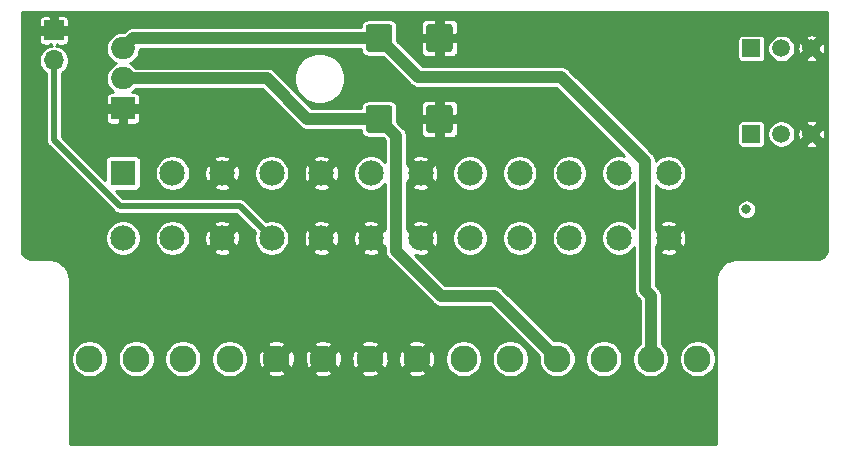
<source format=gbr>
%TF.GenerationSoftware,KiCad,Pcbnew,(5.1.6)-1*%
%TF.CreationDate,2022-09-29T15:02:27-04:00*%
%TF.ProjectId,Amiga-2000-ATX,416d6967-612d-4323-9030-302d4154582e,rev?*%
%TF.SameCoordinates,Original*%
%TF.FileFunction,Copper,L4,Bot*%
%TF.FilePolarity,Positive*%
%FSLAX46Y46*%
G04 Gerber Fmt 4.6, Leading zero omitted, Abs format (unit mm)*
G04 Created by KiCad (PCBNEW (5.1.6)-1) date 2022-09-29 15:02:27*
%MOMM*%
%LPD*%
G01*
G04 APERTURE LIST*
%TA.AperFunction,ComponentPad*%
%ADD10C,2.280000*%
%TD*%
%TA.AperFunction,ComponentPad*%
%ADD11R,2.150000X2.150000*%
%TD*%
%TA.AperFunction,ComponentPad*%
%ADD12C,2.150000*%
%TD*%
%TA.AperFunction,ComponentPad*%
%ADD13C,1.500000*%
%TD*%
%TA.AperFunction,ComponentPad*%
%ADD14R,1.500000X1.500000*%
%TD*%
%TA.AperFunction,ComponentPad*%
%ADD15R,1.700000X1.700000*%
%TD*%
%TA.AperFunction,ComponentPad*%
%ADD16O,1.700000X1.700000*%
%TD*%
%TA.AperFunction,ComponentPad*%
%ADD17R,2.000000X1.905000*%
%TD*%
%TA.AperFunction,ComponentPad*%
%ADD18O,2.000000X1.905000*%
%TD*%
%TA.AperFunction,ViaPad*%
%ADD19C,0.800000*%
%TD*%
%TA.AperFunction,Conductor*%
%ADD20C,1.000000*%
%TD*%
%TA.AperFunction,Conductor*%
%ADD21C,0.500000*%
%TD*%
%TA.AperFunction,Conductor*%
%ADD22C,0.254000*%
%TD*%
G04 APERTURE END LIST*
%TO.P,C1,1*%
%TO.N,/GND*%
%TA.AperFunction,SMDPad,CuDef*%
G36*
G01*
X156827000Y-50636999D02*
X156827000Y-52487001D01*
G75*
G02*
X156577001Y-52737000I-249999J0D01*
G01*
X154826999Y-52737000D01*
G75*
G02*
X154577000Y-52487001I0J249999D01*
G01*
X154577000Y-50636999D01*
G75*
G02*
X154826999Y-50387000I249999J0D01*
G01*
X156577001Y-50387000D01*
G75*
G02*
X156827000Y-50636999I0J-249999D01*
G01*
G37*
%TD.AperFunction*%
%TO.P,C1,2*%
%TO.N,/-12V*%
%TA.AperFunction,SMDPad,CuDef*%
G36*
G01*
X151727000Y-50636999D02*
X151727000Y-52487001D01*
G75*
G02*
X151477001Y-52737000I-249999J0D01*
G01*
X149726999Y-52737000D01*
G75*
G02*
X149477000Y-52487001I0J249999D01*
G01*
X149477000Y-50636999D01*
G75*
G02*
X149726999Y-50387000I249999J0D01*
G01*
X151477001Y-50387000D01*
G75*
G02*
X151727000Y-50636999I0J-249999D01*
G01*
G37*
%TD.AperFunction*%
%TD*%
%TO.P,C2,2*%
%TO.N,/-5V*%
%TA.AperFunction,SMDPad,CuDef*%
G36*
G01*
X151727000Y-43778999D02*
X151727000Y-45629001D01*
G75*
G02*
X151477001Y-45879000I-249999J0D01*
G01*
X149726999Y-45879000D01*
G75*
G02*
X149477000Y-45629001I0J249999D01*
G01*
X149477000Y-43778999D01*
G75*
G02*
X149726999Y-43529000I249999J0D01*
G01*
X151477001Y-43529000D01*
G75*
G02*
X151727000Y-43778999I0J-249999D01*
G01*
G37*
%TD.AperFunction*%
%TO.P,C2,1*%
%TO.N,/GND*%
%TA.AperFunction,SMDPad,CuDef*%
G36*
G01*
X156827000Y-43778999D02*
X156827000Y-45629001D01*
G75*
G02*
X156577001Y-45879000I-249999J0D01*
G01*
X154826999Y-45879000D01*
G75*
G02*
X154577000Y-45629001I0J249999D01*
G01*
X154577000Y-43778999D01*
G75*
G02*
X154826999Y-43529000I249999J0D01*
G01*
X156577001Y-43529000D01*
G75*
G02*
X156827000Y-43778999I0J-249999D01*
G01*
G37*
%TD.AperFunction*%
%TD*%
D10*
%TO.P,J1,14*%
%TO.N,Net-(J1-Pad14)*%
X177546000Y-71865001D03*
%TO.P,J1,13*%
%TO.N,/-5V*%
X173586000Y-71865001D03*
%TO.P,J1,12*%
%TO.N,/5V*%
X169626000Y-71865001D03*
%TO.P,J1,11*%
%TO.N,/-12V*%
X165666000Y-71865001D03*
%TO.P,J1,10*%
%TO.N,Net-(J1-Pad10)*%
X161706000Y-71865001D03*
%TO.P,J1,9*%
%TO.N,/12V*%
X157746000Y-71865001D03*
%TO.P,J1,3*%
%TO.N,/5V*%
X133986000Y-71865001D03*
%TO.P,J1,4*%
X137946000Y-71865001D03*
%TO.P,J1,8*%
%TO.N,/GND*%
X153786000Y-71865001D03*
%TO.P,J1,5*%
X141906000Y-71865001D03*
%TO.P,J1,7*%
X149826000Y-71865001D03*
%TO.P,J1,6*%
X145866000Y-71865001D03*
%TO.P,J1,2*%
%TO.N,/5V*%
X130026000Y-71865001D03*
%TO.P,J1,1*%
X126066000Y-71865001D03*
%TD*%
D11*
%TO.P,J2,1*%
%TO.N,/3.3V*%
X128905000Y-56134000D03*
D12*
%TO.P,J2,2*%
X133105000Y-56134000D03*
%TO.P,J2,3*%
%TO.N,/GND*%
X137305000Y-56134000D03*
%TO.P,J2,4*%
%TO.N,/5V*%
X141505000Y-56134000D03*
%TO.P,J2,5*%
%TO.N,/GND*%
X145705000Y-56134000D03*
%TO.P,J2,6*%
%TO.N,/5V*%
X149905000Y-56134000D03*
%TO.P,J2,7*%
%TO.N,/GND*%
X154105000Y-56134000D03*
%TO.P,J2,8*%
%TO.N,/PG*%
X158305000Y-56134000D03*
%TO.P,J2,9*%
%TO.N,/5VSB*%
X162505000Y-56134000D03*
%TO.P,J2,10*%
%TO.N,/12V*%
X166705000Y-56134000D03*
%TO.P,J2,11*%
X170905000Y-56134000D03*
%TO.P,J2,12*%
%TO.N,/3.3V*%
X175105000Y-56134000D03*
%TO.P,J2,13*%
X128905000Y-61634000D03*
%TO.P,J2,14*%
%TO.N,/-12V*%
X133105000Y-61634000D03*
%TO.P,J2,15*%
%TO.N,/GND*%
X137305000Y-61634000D03*
%TO.P,J2,16*%
%TO.N,/PS-ON*%
X141505000Y-61634000D03*
%TO.P,J2,17*%
%TO.N,/GND*%
X145705000Y-61634000D03*
%TO.P,J2,18*%
X149905000Y-61634000D03*
%TO.P,J2,19*%
X154105000Y-61634000D03*
%TO.P,J2,20*%
%TO.N,Net-(J2-Pad20)*%
X158305000Y-61634000D03*
%TO.P,J2,21*%
%TO.N,/5V*%
X162505000Y-61634000D03*
%TO.P,J2,22*%
X166705000Y-61634000D03*
%TO.P,J2,23*%
X170905000Y-61634000D03*
%TO.P,J2,24*%
%TO.N,/GND*%
X175105000Y-61634000D03*
%TD*%
D13*
%TO.P,J3,3*%
%TO.N,/GND*%
X187198000Y-45593000D03*
%TO.P,J3,2*%
%TO.N,/5V*%
X184658000Y-45593000D03*
D14*
%TO.P,J3,1*%
%TO.N,Net-(J3-Pad1)*%
X182118000Y-45593000D03*
%TD*%
%TO.P,J4,1*%
%TO.N,Net-(J4-Pad1)*%
X182118000Y-52832000D03*
D13*
%TO.P,J4,2*%
%TO.N,/12V*%
X184658000Y-52832000D03*
%TO.P,J4,3*%
%TO.N,/GND*%
X187198000Y-52832000D03*
%TD*%
D15*
%TO.P,PWRSW,1*%
%TO.N,/GND*%
X123063000Y-44069000D03*
D16*
%TO.P,PWRSW,2*%
%TO.N,/PS-ON*%
X123063000Y-46609000D03*
%TD*%
D17*
%TO.P,U1,1*%
%TO.N,/GND*%
X128905000Y-50673000D03*
D18*
%TO.P,U1,2*%
%TO.N,/-12V*%
X128905000Y-48133000D03*
%TO.P,U1,3*%
%TO.N,/-5V*%
X128905000Y-45593000D03*
%TD*%
D19*
%TO.N,/5V*%
X181700000Y-59200000D03*
%TD*%
D20*
%TO.N,/-12V*%
X141097000Y-48133000D02*
X128905000Y-48133000D01*
X150602000Y-51562000D02*
X144526000Y-51562000D01*
X144526000Y-51562000D02*
X141097000Y-48133000D01*
X160348999Y-66548000D02*
X165666000Y-71865001D01*
X152019000Y-62738000D02*
X155829000Y-66548000D01*
X150602000Y-51562000D02*
X152019000Y-52979000D01*
X155829000Y-66548000D02*
X160348999Y-66548000D01*
X152019000Y-52979000D02*
X152019000Y-62738000D01*
%TO.N,/-5V*%
X129794000Y-44704000D02*
X128905000Y-45593000D01*
X150602000Y-44704000D02*
X129794000Y-44704000D01*
X173609000Y-71842001D02*
X173586000Y-71865001D01*
X173609000Y-66548000D02*
X173609000Y-71842001D01*
X153904000Y-48006000D02*
X165989000Y-48006000D01*
X150602000Y-44704000D02*
X153904000Y-48006000D01*
X173101000Y-66040000D02*
X173609000Y-66548000D01*
X165989000Y-48006000D02*
X173101000Y-55118000D01*
X173101000Y-55118000D02*
X173101000Y-66040000D01*
D21*
%TO.N,/PS-ON*%
X138799000Y-58928000D02*
X141505000Y-61634000D01*
X123063000Y-46609000D02*
X123063000Y-53340000D01*
X128651000Y-58928000D02*
X138799000Y-58928000D01*
X123063000Y-53340000D02*
X128651000Y-58928000D01*
%TD*%
D22*
%TO.N,/GND*%
G36*
X188524000Y-62588891D02*
G01*
X188506295Y-62769464D01*
X188460275Y-62921888D01*
X188385523Y-63062476D01*
X188284889Y-63185865D01*
X188162209Y-63287355D01*
X188022151Y-63363084D01*
X187870044Y-63410170D01*
X187690883Y-63429000D01*
X180825795Y-63429000D01*
X180806037Y-63430946D01*
X180798169Y-63430891D01*
X180791888Y-63431507D01*
X180545385Y-63457415D01*
X180505280Y-63465647D01*
X180465012Y-63473329D01*
X180458970Y-63475153D01*
X180222194Y-63548448D01*
X180184391Y-63564339D01*
X180146446Y-63579670D01*
X180140877Y-63582631D01*
X180140872Y-63582633D01*
X180140868Y-63582636D01*
X179922843Y-63700521D01*
X179888889Y-63723423D01*
X179854599Y-63745862D01*
X179849718Y-63749843D01*
X179849710Y-63749849D01*
X179849703Y-63749856D01*
X179658729Y-63907844D01*
X179629864Y-63936910D01*
X179600593Y-63965575D01*
X179596575Y-63970432D01*
X179596569Y-63970438D01*
X179596565Y-63970445D01*
X179439915Y-64162516D01*
X179417239Y-64196646D01*
X179394099Y-64230441D01*
X179391100Y-64235988D01*
X179391097Y-64235992D01*
X179391097Y-64235993D01*
X179274734Y-64454841D01*
X179259117Y-64492731D01*
X179242985Y-64530369D01*
X179241121Y-64536392D01*
X179241118Y-64536399D01*
X179241118Y-64536400D01*
X179169479Y-64773679D01*
X179161518Y-64813883D01*
X179153004Y-64853938D01*
X179152344Y-64860214D01*
X179128157Y-65106893D01*
X179128157Y-65106905D01*
X179126001Y-65128795D01*
X179126000Y-69110204D01*
X179126001Y-69110214D01*
X179126000Y-79050000D01*
X124404000Y-79050000D01*
X124404000Y-71710665D01*
X124499000Y-71710665D01*
X124499000Y-72019337D01*
X124559219Y-72322078D01*
X124677343Y-72607254D01*
X124848832Y-72863905D01*
X125067096Y-73082169D01*
X125323747Y-73253658D01*
X125608923Y-73371782D01*
X125911664Y-73432001D01*
X126220336Y-73432001D01*
X126523077Y-73371782D01*
X126808253Y-73253658D01*
X127064904Y-73082169D01*
X127283168Y-72863905D01*
X127454657Y-72607254D01*
X127572781Y-72322078D01*
X127633000Y-72019337D01*
X127633000Y-71710665D01*
X128459000Y-71710665D01*
X128459000Y-72019337D01*
X128519219Y-72322078D01*
X128637343Y-72607254D01*
X128808832Y-72863905D01*
X129027096Y-73082169D01*
X129283747Y-73253658D01*
X129568923Y-73371782D01*
X129871664Y-73432001D01*
X130180336Y-73432001D01*
X130483077Y-73371782D01*
X130768253Y-73253658D01*
X131024904Y-73082169D01*
X131243168Y-72863905D01*
X131414657Y-72607254D01*
X131532781Y-72322078D01*
X131593000Y-72019337D01*
X131593000Y-71710665D01*
X132419000Y-71710665D01*
X132419000Y-72019337D01*
X132479219Y-72322078D01*
X132597343Y-72607254D01*
X132768832Y-72863905D01*
X132987096Y-73082169D01*
X133243747Y-73253658D01*
X133528923Y-73371782D01*
X133831664Y-73432001D01*
X134140336Y-73432001D01*
X134443077Y-73371782D01*
X134728253Y-73253658D01*
X134984904Y-73082169D01*
X135203168Y-72863905D01*
X135374657Y-72607254D01*
X135492781Y-72322078D01*
X135553000Y-72019337D01*
X135553000Y-71710665D01*
X136379000Y-71710665D01*
X136379000Y-72019337D01*
X136439219Y-72322078D01*
X136557343Y-72607254D01*
X136728832Y-72863905D01*
X136947096Y-73082169D01*
X137203747Y-73253658D01*
X137488923Y-73371782D01*
X137791664Y-73432001D01*
X138100336Y-73432001D01*
X138403077Y-73371782D01*
X138688253Y-73253658D01*
X138944904Y-73082169D01*
X138949228Y-73077845D01*
X141079236Y-73077845D01*
X141215362Y-73280037D01*
X141504693Y-73387584D01*
X141809445Y-73436619D01*
X142117908Y-73425258D01*
X142418227Y-73353937D01*
X142596638Y-73280037D01*
X142732764Y-73077845D01*
X145039236Y-73077845D01*
X145175362Y-73280037D01*
X145464693Y-73387584D01*
X145769445Y-73436619D01*
X146077908Y-73425258D01*
X146378227Y-73353937D01*
X146556638Y-73280037D01*
X146692764Y-73077845D01*
X148999236Y-73077845D01*
X149135362Y-73280037D01*
X149424693Y-73387584D01*
X149729445Y-73436619D01*
X150037908Y-73425258D01*
X150338227Y-73353937D01*
X150516638Y-73280037D01*
X150652764Y-73077845D01*
X152959236Y-73077845D01*
X153095362Y-73280037D01*
X153384693Y-73387584D01*
X153689445Y-73436619D01*
X153997908Y-73425258D01*
X154298227Y-73353937D01*
X154476638Y-73280037D01*
X154612764Y-73077845D01*
X153786000Y-72251081D01*
X152959236Y-73077845D01*
X150652764Y-73077845D01*
X149826000Y-72251081D01*
X148999236Y-73077845D01*
X146692764Y-73077845D01*
X145866000Y-72251081D01*
X145039236Y-73077845D01*
X142732764Y-73077845D01*
X141906000Y-72251081D01*
X141079236Y-73077845D01*
X138949228Y-73077845D01*
X139163168Y-72863905D01*
X139334657Y-72607254D01*
X139452781Y-72322078D01*
X139513000Y-72019337D01*
X139513000Y-71768446D01*
X140334382Y-71768446D01*
X140345743Y-72076909D01*
X140417064Y-72377228D01*
X140490964Y-72555639D01*
X140693156Y-72691765D01*
X141519920Y-71865001D01*
X142292080Y-71865001D01*
X143118844Y-72691765D01*
X143321036Y-72555639D01*
X143428583Y-72266308D01*
X143477618Y-71961556D01*
X143470506Y-71768446D01*
X144294382Y-71768446D01*
X144305743Y-72076909D01*
X144377064Y-72377228D01*
X144450964Y-72555639D01*
X144653156Y-72691765D01*
X145479920Y-71865001D01*
X146252080Y-71865001D01*
X147078844Y-72691765D01*
X147281036Y-72555639D01*
X147388583Y-72266308D01*
X147437618Y-71961556D01*
X147430506Y-71768446D01*
X148254382Y-71768446D01*
X148265743Y-72076909D01*
X148337064Y-72377228D01*
X148410964Y-72555639D01*
X148613156Y-72691765D01*
X149439920Y-71865001D01*
X150212080Y-71865001D01*
X151038844Y-72691765D01*
X151241036Y-72555639D01*
X151348583Y-72266308D01*
X151397618Y-71961556D01*
X151390506Y-71768446D01*
X152214382Y-71768446D01*
X152225743Y-72076909D01*
X152297064Y-72377228D01*
X152370964Y-72555639D01*
X152573156Y-72691765D01*
X153399920Y-71865001D01*
X154172080Y-71865001D01*
X154998844Y-72691765D01*
X155201036Y-72555639D01*
X155308583Y-72266308D01*
X155357618Y-71961556D01*
X155348378Y-71710665D01*
X156179000Y-71710665D01*
X156179000Y-72019337D01*
X156239219Y-72322078D01*
X156357343Y-72607254D01*
X156528832Y-72863905D01*
X156747096Y-73082169D01*
X157003747Y-73253658D01*
X157288923Y-73371782D01*
X157591664Y-73432001D01*
X157900336Y-73432001D01*
X158203077Y-73371782D01*
X158488253Y-73253658D01*
X158744904Y-73082169D01*
X158963168Y-72863905D01*
X159134657Y-72607254D01*
X159252781Y-72322078D01*
X159313000Y-72019337D01*
X159313000Y-71710665D01*
X160139000Y-71710665D01*
X160139000Y-72019337D01*
X160199219Y-72322078D01*
X160317343Y-72607254D01*
X160488832Y-72863905D01*
X160707096Y-73082169D01*
X160963747Y-73253658D01*
X161248923Y-73371782D01*
X161551664Y-73432001D01*
X161860336Y-73432001D01*
X162163077Y-73371782D01*
X162448253Y-73253658D01*
X162704904Y-73082169D01*
X162923168Y-72863905D01*
X163094657Y-72607254D01*
X163212781Y-72322078D01*
X163273000Y-72019337D01*
X163273000Y-71710665D01*
X163212781Y-71407924D01*
X163094657Y-71122748D01*
X162923168Y-70866097D01*
X162704904Y-70647833D01*
X162448253Y-70476344D01*
X162163077Y-70358220D01*
X161860336Y-70298001D01*
X161551664Y-70298001D01*
X161248923Y-70358220D01*
X160963747Y-70476344D01*
X160707096Y-70647833D01*
X160488832Y-70866097D01*
X160317343Y-71122748D01*
X160199219Y-71407924D01*
X160139000Y-71710665D01*
X159313000Y-71710665D01*
X159252781Y-71407924D01*
X159134657Y-71122748D01*
X158963168Y-70866097D01*
X158744904Y-70647833D01*
X158488253Y-70476344D01*
X158203077Y-70358220D01*
X157900336Y-70298001D01*
X157591664Y-70298001D01*
X157288923Y-70358220D01*
X157003747Y-70476344D01*
X156747096Y-70647833D01*
X156528832Y-70866097D01*
X156357343Y-71122748D01*
X156239219Y-71407924D01*
X156179000Y-71710665D01*
X155348378Y-71710665D01*
X155346257Y-71653093D01*
X155274936Y-71352774D01*
X155201036Y-71174363D01*
X154998844Y-71038237D01*
X154172080Y-71865001D01*
X153399920Y-71865001D01*
X152573156Y-71038237D01*
X152370964Y-71174363D01*
X152263417Y-71463694D01*
X152214382Y-71768446D01*
X151390506Y-71768446D01*
X151386257Y-71653093D01*
X151314936Y-71352774D01*
X151241036Y-71174363D01*
X151038844Y-71038237D01*
X150212080Y-71865001D01*
X149439920Y-71865001D01*
X148613156Y-71038237D01*
X148410964Y-71174363D01*
X148303417Y-71463694D01*
X148254382Y-71768446D01*
X147430506Y-71768446D01*
X147426257Y-71653093D01*
X147354936Y-71352774D01*
X147281036Y-71174363D01*
X147078844Y-71038237D01*
X146252080Y-71865001D01*
X145479920Y-71865001D01*
X144653156Y-71038237D01*
X144450964Y-71174363D01*
X144343417Y-71463694D01*
X144294382Y-71768446D01*
X143470506Y-71768446D01*
X143466257Y-71653093D01*
X143394936Y-71352774D01*
X143321036Y-71174363D01*
X143118844Y-71038237D01*
X142292080Y-71865001D01*
X141519920Y-71865001D01*
X140693156Y-71038237D01*
X140490964Y-71174363D01*
X140383417Y-71463694D01*
X140334382Y-71768446D01*
X139513000Y-71768446D01*
X139513000Y-71710665D01*
X139452781Y-71407924D01*
X139334657Y-71122748D01*
X139163168Y-70866097D01*
X138949228Y-70652157D01*
X141079236Y-70652157D01*
X141906000Y-71478921D01*
X142732764Y-70652157D01*
X145039236Y-70652157D01*
X145866000Y-71478921D01*
X146692764Y-70652157D01*
X148999236Y-70652157D01*
X149826000Y-71478921D01*
X150652764Y-70652157D01*
X152959236Y-70652157D01*
X153786000Y-71478921D01*
X154612764Y-70652157D01*
X154476638Y-70449965D01*
X154187307Y-70342418D01*
X153882555Y-70293383D01*
X153574092Y-70304744D01*
X153273773Y-70376065D01*
X153095362Y-70449965D01*
X152959236Y-70652157D01*
X150652764Y-70652157D01*
X150516638Y-70449965D01*
X150227307Y-70342418D01*
X149922555Y-70293383D01*
X149614092Y-70304744D01*
X149313773Y-70376065D01*
X149135362Y-70449965D01*
X148999236Y-70652157D01*
X146692764Y-70652157D01*
X146556638Y-70449965D01*
X146267307Y-70342418D01*
X145962555Y-70293383D01*
X145654092Y-70304744D01*
X145353773Y-70376065D01*
X145175362Y-70449965D01*
X145039236Y-70652157D01*
X142732764Y-70652157D01*
X142596638Y-70449965D01*
X142307307Y-70342418D01*
X142002555Y-70293383D01*
X141694092Y-70304744D01*
X141393773Y-70376065D01*
X141215362Y-70449965D01*
X141079236Y-70652157D01*
X138949228Y-70652157D01*
X138944904Y-70647833D01*
X138688253Y-70476344D01*
X138403077Y-70358220D01*
X138100336Y-70298001D01*
X137791664Y-70298001D01*
X137488923Y-70358220D01*
X137203747Y-70476344D01*
X136947096Y-70647833D01*
X136728832Y-70866097D01*
X136557343Y-71122748D01*
X136439219Y-71407924D01*
X136379000Y-71710665D01*
X135553000Y-71710665D01*
X135492781Y-71407924D01*
X135374657Y-71122748D01*
X135203168Y-70866097D01*
X134984904Y-70647833D01*
X134728253Y-70476344D01*
X134443077Y-70358220D01*
X134140336Y-70298001D01*
X133831664Y-70298001D01*
X133528923Y-70358220D01*
X133243747Y-70476344D01*
X132987096Y-70647833D01*
X132768832Y-70866097D01*
X132597343Y-71122748D01*
X132479219Y-71407924D01*
X132419000Y-71710665D01*
X131593000Y-71710665D01*
X131532781Y-71407924D01*
X131414657Y-71122748D01*
X131243168Y-70866097D01*
X131024904Y-70647833D01*
X130768253Y-70476344D01*
X130483077Y-70358220D01*
X130180336Y-70298001D01*
X129871664Y-70298001D01*
X129568923Y-70358220D01*
X129283747Y-70476344D01*
X129027096Y-70647833D01*
X128808832Y-70866097D01*
X128637343Y-71122748D01*
X128519219Y-71407924D01*
X128459000Y-71710665D01*
X127633000Y-71710665D01*
X127572781Y-71407924D01*
X127454657Y-71122748D01*
X127283168Y-70866097D01*
X127064904Y-70647833D01*
X126808253Y-70476344D01*
X126523077Y-70358220D01*
X126220336Y-70298001D01*
X125911664Y-70298001D01*
X125608923Y-70358220D01*
X125323747Y-70476344D01*
X125067096Y-70647833D01*
X124848832Y-70866097D01*
X124677343Y-71122748D01*
X124559219Y-71407924D01*
X124499000Y-71710665D01*
X124404000Y-71710665D01*
X124404000Y-65128795D01*
X124402054Y-65109037D01*
X124402109Y-65101169D01*
X124401493Y-65094888D01*
X124375585Y-64848385D01*
X124367353Y-64808280D01*
X124359671Y-64768012D01*
X124357847Y-64761970D01*
X124284552Y-64525194D01*
X124268661Y-64487391D01*
X124253330Y-64449446D01*
X124250367Y-64443873D01*
X124250367Y-64443872D01*
X124250364Y-64443868D01*
X124132479Y-64225843D01*
X124109577Y-64191889D01*
X124087138Y-64157599D01*
X124083157Y-64152718D01*
X124083151Y-64152710D01*
X124083144Y-64152703D01*
X123925156Y-63961729D01*
X123896090Y-63932864D01*
X123867425Y-63903593D01*
X123862568Y-63899575D01*
X123862562Y-63899569D01*
X123862555Y-63899565D01*
X123670484Y-63742915D01*
X123636354Y-63720239D01*
X123602559Y-63697099D01*
X123597012Y-63694100D01*
X123597008Y-63694097D01*
X123597004Y-63694095D01*
X123378159Y-63577734D01*
X123340269Y-63562117D01*
X123302631Y-63545985D01*
X123296608Y-63544121D01*
X123296601Y-63544118D01*
X123296594Y-63544117D01*
X123059321Y-63472479D01*
X123019117Y-63464518D01*
X122979062Y-63456004D01*
X122972788Y-63455344D01*
X122972786Y-63455344D01*
X122726107Y-63431157D01*
X122726105Y-63431157D01*
X122704205Y-63429000D01*
X121180109Y-63429000D01*
X120999536Y-63411295D01*
X120847112Y-63365275D01*
X120706524Y-63290523D01*
X120583135Y-63189889D01*
X120481645Y-63067209D01*
X120405916Y-62927151D01*
X120358830Y-62775044D01*
X120340000Y-62595883D01*
X120340000Y-61486066D01*
X127403000Y-61486066D01*
X127403000Y-61781934D01*
X127460721Y-62072117D01*
X127573944Y-62345464D01*
X127738320Y-62591469D01*
X127947531Y-62800680D01*
X128193536Y-62965056D01*
X128466883Y-63078279D01*
X128757066Y-63136000D01*
X129052934Y-63136000D01*
X129343117Y-63078279D01*
X129616464Y-62965056D01*
X129862469Y-62800680D01*
X130071680Y-62591469D01*
X130236056Y-62345464D01*
X130349279Y-62072117D01*
X130407000Y-61781934D01*
X130407000Y-61486066D01*
X131603000Y-61486066D01*
X131603000Y-61781934D01*
X131660721Y-62072117D01*
X131773944Y-62345464D01*
X131938320Y-62591469D01*
X132147531Y-62800680D01*
X132393536Y-62965056D01*
X132666883Y-63078279D01*
X132957066Y-63136000D01*
X133252934Y-63136000D01*
X133543117Y-63078279D01*
X133816464Y-62965056D01*
X134062469Y-62800680D01*
X134063348Y-62799801D01*
X136525279Y-62799801D01*
X136653370Y-62995347D01*
X136931476Y-63096317D01*
X137223937Y-63141089D01*
X137519514Y-63127946D01*
X137806846Y-63057390D01*
X137956630Y-62995347D01*
X138084721Y-62799801D01*
X137305000Y-62020080D01*
X136525279Y-62799801D01*
X134063348Y-62799801D01*
X134271680Y-62591469D01*
X134436056Y-62345464D01*
X134549279Y-62072117D01*
X134607000Y-61781934D01*
X134607000Y-61552937D01*
X135797911Y-61552937D01*
X135811054Y-61848514D01*
X135881610Y-62135846D01*
X135943653Y-62285630D01*
X136139199Y-62413721D01*
X136918920Y-61634000D01*
X137691080Y-61634000D01*
X138470801Y-62413721D01*
X138666347Y-62285630D01*
X138767317Y-62007524D01*
X138812089Y-61715063D01*
X138798946Y-61419486D01*
X138728390Y-61132154D01*
X138666347Y-60982370D01*
X138470801Y-60854279D01*
X137691080Y-61634000D01*
X136918920Y-61634000D01*
X136139199Y-60854279D01*
X135943653Y-60982370D01*
X135842683Y-61260476D01*
X135797911Y-61552937D01*
X134607000Y-61552937D01*
X134607000Y-61486066D01*
X134549279Y-61195883D01*
X134436056Y-60922536D01*
X134271680Y-60676531D01*
X134063348Y-60468199D01*
X136525279Y-60468199D01*
X137305000Y-61247920D01*
X138084721Y-60468199D01*
X137956630Y-60272653D01*
X137678524Y-60171683D01*
X137386063Y-60126911D01*
X137090486Y-60140054D01*
X136803154Y-60210610D01*
X136653370Y-60272653D01*
X136525279Y-60468199D01*
X134063348Y-60468199D01*
X134062469Y-60467320D01*
X133816464Y-60302944D01*
X133543117Y-60189721D01*
X133252934Y-60132000D01*
X132957066Y-60132000D01*
X132666883Y-60189721D01*
X132393536Y-60302944D01*
X132147531Y-60467320D01*
X131938320Y-60676531D01*
X131773944Y-60922536D01*
X131660721Y-61195883D01*
X131603000Y-61486066D01*
X130407000Y-61486066D01*
X130349279Y-61195883D01*
X130236056Y-60922536D01*
X130071680Y-60676531D01*
X129862469Y-60467320D01*
X129616464Y-60302944D01*
X129343117Y-60189721D01*
X129052934Y-60132000D01*
X128757066Y-60132000D01*
X128466883Y-60189721D01*
X128193536Y-60302944D01*
X127947531Y-60467320D01*
X127738320Y-60676531D01*
X127573944Y-60922536D01*
X127460721Y-61195883D01*
X127403000Y-61486066D01*
X120340000Y-61486066D01*
X120340000Y-44919000D01*
X121783934Y-44919000D01*
X121792178Y-45002707D01*
X121816595Y-45083196D01*
X121856245Y-45157376D01*
X121909605Y-45222395D01*
X121974624Y-45275755D01*
X122048804Y-45315405D01*
X122129293Y-45339822D01*
X122213000Y-45348066D01*
X122683250Y-45346000D01*
X122789998Y-45239252D01*
X122789998Y-45346000D01*
X122866843Y-45346000D01*
X122690513Y-45381074D01*
X122458114Y-45477337D01*
X122248960Y-45617089D01*
X122071089Y-45794960D01*
X121931337Y-46004114D01*
X121835074Y-46236513D01*
X121786000Y-46483226D01*
X121786000Y-46734774D01*
X121835074Y-46981487D01*
X121931337Y-47213886D01*
X122071089Y-47423040D01*
X122248960Y-47600911D01*
X122386000Y-47692478D01*
X122386001Y-53306745D01*
X122382726Y-53340000D01*
X122395796Y-53472714D01*
X122434508Y-53600329D01*
X122497372Y-53717940D01*
X122560776Y-53795198D01*
X122560779Y-53795201D01*
X122581974Y-53821027D01*
X122607800Y-53842222D01*
X128148774Y-59383196D01*
X128169973Y-59409027D01*
X128273059Y-59493628D01*
X128390670Y-59556492D01*
X128518285Y-59595204D01*
X128617748Y-59605000D01*
X128617757Y-59605000D01*
X128650999Y-59608274D01*
X128684241Y-59605000D01*
X138518578Y-59605000D01*
X140074996Y-61161419D01*
X140060721Y-61195883D01*
X140003000Y-61486066D01*
X140003000Y-61781934D01*
X140060721Y-62072117D01*
X140173944Y-62345464D01*
X140338320Y-62591469D01*
X140547531Y-62800680D01*
X140793536Y-62965056D01*
X141066883Y-63078279D01*
X141357066Y-63136000D01*
X141652934Y-63136000D01*
X141943117Y-63078279D01*
X142216464Y-62965056D01*
X142462469Y-62800680D01*
X142463348Y-62799801D01*
X144925279Y-62799801D01*
X145053370Y-62995347D01*
X145331476Y-63096317D01*
X145623937Y-63141089D01*
X145919514Y-63127946D01*
X146206846Y-63057390D01*
X146356630Y-62995347D01*
X146484721Y-62799801D01*
X149125279Y-62799801D01*
X149253370Y-62995347D01*
X149531476Y-63096317D01*
X149823937Y-63141089D01*
X150119514Y-63127946D01*
X150406846Y-63057390D01*
X150556630Y-62995347D01*
X150684721Y-62799801D01*
X149905000Y-62020080D01*
X149125279Y-62799801D01*
X146484721Y-62799801D01*
X145705000Y-62020080D01*
X144925279Y-62799801D01*
X142463348Y-62799801D01*
X142671680Y-62591469D01*
X142836056Y-62345464D01*
X142949279Y-62072117D01*
X143007000Y-61781934D01*
X143007000Y-61552937D01*
X144197911Y-61552937D01*
X144211054Y-61848514D01*
X144281610Y-62135846D01*
X144343653Y-62285630D01*
X144539199Y-62413721D01*
X145318920Y-61634000D01*
X146091080Y-61634000D01*
X146870801Y-62413721D01*
X147066347Y-62285630D01*
X147167317Y-62007524D01*
X147212089Y-61715063D01*
X147204880Y-61552937D01*
X148397911Y-61552937D01*
X148411054Y-61848514D01*
X148481610Y-62135846D01*
X148543653Y-62285630D01*
X148739199Y-62413721D01*
X149518920Y-61634000D01*
X148739199Y-60854279D01*
X148543653Y-60982370D01*
X148442683Y-61260476D01*
X148397911Y-61552937D01*
X147204880Y-61552937D01*
X147198946Y-61419486D01*
X147128390Y-61132154D01*
X147066347Y-60982370D01*
X146870801Y-60854279D01*
X146091080Y-61634000D01*
X145318920Y-61634000D01*
X144539199Y-60854279D01*
X144343653Y-60982370D01*
X144242683Y-61260476D01*
X144197911Y-61552937D01*
X143007000Y-61552937D01*
X143007000Y-61486066D01*
X142949279Y-61195883D01*
X142836056Y-60922536D01*
X142671680Y-60676531D01*
X142463348Y-60468199D01*
X144925279Y-60468199D01*
X145705000Y-61247920D01*
X146484721Y-60468199D01*
X149125279Y-60468199D01*
X149905000Y-61247920D01*
X150684721Y-60468199D01*
X150556630Y-60272653D01*
X150278524Y-60171683D01*
X149986063Y-60126911D01*
X149690486Y-60140054D01*
X149403154Y-60210610D01*
X149253370Y-60272653D01*
X149125279Y-60468199D01*
X146484721Y-60468199D01*
X146356630Y-60272653D01*
X146078524Y-60171683D01*
X145786063Y-60126911D01*
X145490486Y-60140054D01*
X145203154Y-60210610D01*
X145053370Y-60272653D01*
X144925279Y-60468199D01*
X142463348Y-60468199D01*
X142462469Y-60467320D01*
X142216464Y-60302944D01*
X141943117Y-60189721D01*
X141652934Y-60132000D01*
X141357066Y-60132000D01*
X141066883Y-60189721D01*
X141032419Y-60203996D01*
X139301226Y-58472804D01*
X139280027Y-58446973D01*
X139176941Y-58362372D01*
X139059330Y-58299508D01*
X138931715Y-58260796D01*
X138832252Y-58251000D01*
X138832245Y-58251000D01*
X138799000Y-58247726D01*
X138765755Y-58251000D01*
X128931422Y-58251000D01*
X128318488Y-57638066D01*
X129980000Y-57638066D01*
X130063707Y-57629822D01*
X130144196Y-57605405D01*
X130218376Y-57565755D01*
X130283395Y-57512395D01*
X130336755Y-57447376D01*
X130376405Y-57373196D01*
X130400822Y-57292707D01*
X130409066Y-57209000D01*
X130409066Y-55986066D01*
X131603000Y-55986066D01*
X131603000Y-56281934D01*
X131660721Y-56572117D01*
X131773944Y-56845464D01*
X131938320Y-57091469D01*
X132147531Y-57300680D01*
X132393536Y-57465056D01*
X132666883Y-57578279D01*
X132957066Y-57636000D01*
X133252934Y-57636000D01*
X133543117Y-57578279D01*
X133816464Y-57465056D01*
X134062469Y-57300680D01*
X134063348Y-57299801D01*
X136525279Y-57299801D01*
X136653370Y-57495347D01*
X136931476Y-57596317D01*
X137223937Y-57641089D01*
X137519514Y-57627946D01*
X137806846Y-57557390D01*
X137956630Y-57495347D01*
X138084721Y-57299801D01*
X137305000Y-56520080D01*
X136525279Y-57299801D01*
X134063348Y-57299801D01*
X134271680Y-57091469D01*
X134436056Y-56845464D01*
X134549279Y-56572117D01*
X134607000Y-56281934D01*
X134607000Y-56052937D01*
X135797911Y-56052937D01*
X135811054Y-56348514D01*
X135881610Y-56635846D01*
X135943653Y-56785630D01*
X136139199Y-56913721D01*
X136918920Y-56134000D01*
X137691080Y-56134000D01*
X138470801Y-56913721D01*
X138666347Y-56785630D01*
X138767317Y-56507524D01*
X138812089Y-56215063D01*
X138801907Y-55986066D01*
X140003000Y-55986066D01*
X140003000Y-56281934D01*
X140060721Y-56572117D01*
X140173944Y-56845464D01*
X140338320Y-57091469D01*
X140547531Y-57300680D01*
X140793536Y-57465056D01*
X141066883Y-57578279D01*
X141357066Y-57636000D01*
X141652934Y-57636000D01*
X141943117Y-57578279D01*
X142216464Y-57465056D01*
X142462469Y-57300680D01*
X142463348Y-57299801D01*
X144925279Y-57299801D01*
X145053370Y-57495347D01*
X145331476Y-57596317D01*
X145623937Y-57641089D01*
X145919514Y-57627946D01*
X146206846Y-57557390D01*
X146356630Y-57495347D01*
X146484721Y-57299801D01*
X145705000Y-56520080D01*
X144925279Y-57299801D01*
X142463348Y-57299801D01*
X142671680Y-57091469D01*
X142836056Y-56845464D01*
X142949279Y-56572117D01*
X143007000Y-56281934D01*
X143007000Y-56052937D01*
X144197911Y-56052937D01*
X144211054Y-56348514D01*
X144281610Y-56635846D01*
X144343653Y-56785630D01*
X144539199Y-56913721D01*
X145318920Y-56134000D01*
X146091080Y-56134000D01*
X146870801Y-56913721D01*
X147066347Y-56785630D01*
X147167317Y-56507524D01*
X147212089Y-56215063D01*
X147198946Y-55919486D01*
X147128390Y-55632154D01*
X147066347Y-55482370D01*
X146870801Y-55354279D01*
X146091080Y-56134000D01*
X145318920Y-56134000D01*
X144539199Y-55354279D01*
X144343653Y-55482370D01*
X144242683Y-55760476D01*
X144197911Y-56052937D01*
X143007000Y-56052937D01*
X143007000Y-55986066D01*
X142949279Y-55695883D01*
X142836056Y-55422536D01*
X142671680Y-55176531D01*
X142463348Y-54968199D01*
X144925279Y-54968199D01*
X145705000Y-55747920D01*
X146484721Y-54968199D01*
X146356630Y-54772653D01*
X146078524Y-54671683D01*
X145786063Y-54626911D01*
X145490486Y-54640054D01*
X145203154Y-54710610D01*
X145053370Y-54772653D01*
X144925279Y-54968199D01*
X142463348Y-54968199D01*
X142462469Y-54967320D01*
X142216464Y-54802944D01*
X141943117Y-54689721D01*
X141652934Y-54632000D01*
X141357066Y-54632000D01*
X141066883Y-54689721D01*
X140793536Y-54802944D01*
X140547531Y-54967320D01*
X140338320Y-55176531D01*
X140173944Y-55422536D01*
X140060721Y-55695883D01*
X140003000Y-55986066D01*
X138801907Y-55986066D01*
X138798946Y-55919486D01*
X138728390Y-55632154D01*
X138666347Y-55482370D01*
X138470801Y-55354279D01*
X137691080Y-56134000D01*
X136918920Y-56134000D01*
X136139199Y-55354279D01*
X135943653Y-55482370D01*
X135842683Y-55760476D01*
X135797911Y-56052937D01*
X134607000Y-56052937D01*
X134607000Y-55986066D01*
X134549279Y-55695883D01*
X134436056Y-55422536D01*
X134271680Y-55176531D01*
X134063348Y-54968199D01*
X136525279Y-54968199D01*
X137305000Y-55747920D01*
X138084721Y-54968199D01*
X137956630Y-54772653D01*
X137678524Y-54671683D01*
X137386063Y-54626911D01*
X137090486Y-54640054D01*
X136803154Y-54710610D01*
X136653370Y-54772653D01*
X136525279Y-54968199D01*
X134063348Y-54968199D01*
X134062469Y-54967320D01*
X133816464Y-54802944D01*
X133543117Y-54689721D01*
X133252934Y-54632000D01*
X132957066Y-54632000D01*
X132666883Y-54689721D01*
X132393536Y-54802944D01*
X132147531Y-54967320D01*
X131938320Y-55176531D01*
X131773944Y-55422536D01*
X131660721Y-55695883D01*
X131603000Y-55986066D01*
X130409066Y-55986066D01*
X130409066Y-55059000D01*
X130400822Y-54975293D01*
X130376405Y-54894804D01*
X130336755Y-54820624D01*
X130283395Y-54755605D01*
X130218376Y-54702245D01*
X130144196Y-54662595D01*
X130063707Y-54638178D01*
X129980000Y-54629934D01*
X127830000Y-54629934D01*
X127746293Y-54638178D01*
X127665804Y-54662595D01*
X127591624Y-54702245D01*
X127526605Y-54755605D01*
X127473245Y-54820624D01*
X127433595Y-54894804D01*
X127409178Y-54975293D01*
X127400934Y-55059000D01*
X127400934Y-56720512D01*
X123740000Y-53059578D01*
X123740000Y-51625500D01*
X127475934Y-51625500D01*
X127484178Y-51709207D01*
X127508595Y-51789696D01*
X127548245Y-51863876D01*
X127601605Y-51928895D01*
X127666624Y-51982255D01*
X127740804Y-52021905D01*
X127821293Y-52046322D01*
X127905000Y-52054566D01*
X128525250Y-52052500D01*
X128632000Y-51945750D01*
X128632000Y-50946000D01*
X129178000Y-50946000D01*
X129178000Y-51945750D01*
X129284750Y-52052500D01*
X129905000Y-52054566D01*
X129988707Y-52046322D01*
X130069196Y-52021905D01*
X130143376Y-51982255D01*
X130208395Y-51928895D01*
X130261755Y-51863876D01*
X130301405Y-51789696D01*
X130325822Y-51709207D01*
X130334066Y-51625500D01*
X130332000Y-51052750D01*
X130225250Y-50946000D01*
X129178000Y-50946000D01*
X128632000Y-50946000D01*
X127584750Y-50946000D01*
X127478000Y-51052750D01*
X127475934Y-51625500D01*
X123740000Y-51625500D01*
X123740000Y-47692478D01*
X123877040Y-47600911D01*
X124054911Y-47423040D01*
X124194663Y-47213886D01*
X124290926Y-46981487D01*
X124340000Y-46734774D01*
X124340000Y-46483226D01*
X124290926Y-46236513D01*
X124194663Y-46004114D01*
X124054911Y-45794960D01*
X123877040Y-45617089D01*
X123840989Y-45593000D01*
X127471326Y-45593000D01*
X127497961Y-45863429D01*
X127576842Y-46123466D01*
X127704938Y-46363117D01*
X127877327Y-46573173D01*
X128087383Y-46745562D01*
X128307094Y-46863000D01*
X128087383Y-46980438D01*
X127877327Y-47152827D01*
X127704938Y-47362883D01*
X127576842Y-47602534D01*
X127497961Y-47862571D01*
X127471326Y-48133000D01*
X127497961Y-48403429D01*
X127576842Y-48663466D01*
X127704938Y-48903117D01*
X127877327Y-49113173D01*
X128087383Y-49285562D01*
X128099581Y-49292082D01*
X127905000Y-49291434D01*
X127821293Y-49299678D01*
X127740804Y-49324095D01*
X127666624Y-49363745D01*
X127601605Y-49417105D01*
X127548245Y-49482124D01*
X127508595Y-49556304D01*
X127484178Y-49636793D01*
X127475934Y-49720500D01*
X127478000Y-50293250D01*
X127584750Y-50400000D01*
X128632000Y-50400000D01*
X128632000Y-50380000D01*
X129178000Y-50380000D01*
X129178000Y-50400000D01*
X130225250Y-50400000D01*
X130332000Y-50293250D01*
X130334066Y-49720500D01*
X130325822Y-49636793D01*
X130301405Y-49556304D01*
X130261755Y-49482124D01*
X130208395Y-49417105D01*
X130143376Y-49363745D01*
X130069196Y-49324095D01*
X129988707Y-49299678D01*
X129905000Y-49291434D01*
X129710419Y-49292082D01*
X129722617Y-49285562D01*
X129932673Y-49113173D01*
X129976311Y-49060000D01*
X140713025Y-49060000D01*
X143838312Y-52185287D01*
X143867341Y-52220659D01*
X143902712Y-52249687D01*
X144008494Y-52336501D01*
X144083260Y-52376464D01*
X144169536Y-52422580D01*
X144344276Y-52475587D01*
X144480462Y-52489000D01*
X144480474Y-52489000D01*
X144525999Y-52493484D01*
X144571524Y-52489000D01*
X149048131Y-52489000D01*
X149060982Y-52619480D01*
X149099625Y-52746868D01*
X149162377Y-52864269D01*
X149246828Y-52967172D01*
X149349731Y-53051623D01*
X149467132Y-53114375D01*
X149594520Y-53153018D01*
X149726999Y-53166066D01*
X150895090Y-53166066D01*
X151092000Y-53362976D01*
X151092000Y-55206942D01*
X151071680Y-55176531D01*
X150862469Y-54967320D01*
X150616464Y-54802944D01*
X150343117Y-54689721D01*
X150052934Y-54632000D01*
X149757066Y-54632000D01*
X149466883Y-54689721D01*
X149193536Y-54802944D01*
X148947531Y-54967320D01*
X148738320Y-55176531D01*
X148573944Y-55422536D01*
X148460721Y-55695883D01*
X148403000Y-55986066D01*
X148403000Y-56281934D01*
X148460721Y-56572117D01*
X148573944Y-56845464D01*
X148738320Y-57091469D01*
X148947531Y-57300680D01*
X149193536Y-57465056D01*
X149466883Y-57578279D01*
X149757066Y-57636000D01*
X150052934Y-57636000D01*
X150343117Y-57578279D01*
X150616464Y-57465056D01*
X150862469Y-57300680D01*
X151071680Y-57091469D01*
X151092000Y-57061057D01*
X151092001Y-60868166D01*
X151070801Y-60854279D01*
X150291080Y-61634000D01*
X151070801Y-62413721D01*
X151092001Y-62399834D01*
X151092001Y-62692463D01*
X151087516Y-62738000D01*
X151092001Y-62783537D01*
X151092001Y-62783538D01*
X151105414Y-62919724D01*
X151118101Y-62961546D01*
X151158420Y-63094463D01*
X151244499Y-63255505D01*
X151331312Y-63361287D01*
X151331317Y-63361292D01*
X151360342Y-63396659D01*
X151395708Y-63425683D01*
X155141316Y-67171292D01*
X155170341Y-67206659D01*
X155205708Y-67235684D01*
X155205712Y-67235688D01*
X155311494Y-67322502D01*
X155472534Y-67408579D01*
X155472536Y-67408580D01*
X155647276Y-67461587D01*
X155783462Y-67475000D01*
X155783473Y-67475000D01*
X155829000Y-67479484D01*
X155874527Y-67475000D01*
X159965024Y-67475000D01*
X164115871Y-71625848D01*
X164099000Y-71710665D01*
X164099000Y-72019337D01*
X164159219Y-72322078D01*
X164277343Y-72607254D01*
X164448832Y-72863905D01*
X164667096Y-73082169D01*
X164923747Y-73253658D01*
X165208923Y-73371782D01*
X165511664Y-73432001D01*
X165820336Y-73432001D01*
X166123077Y-73371782D01*
X166408253Y-73253658D01*
X166664904Y-73082169D01*
X166883168Y-72863905D01*
X167054657Y-72607254D01*
X167172781Y-72322078D01*
X167233000Y-72019337D01*
X167233000Y-71710665D01*
X168059000Y-71710665D01*
X168059000Y-72019337D01*
X168119219Y-72322078D01*
X168237343Y-72607254D01*
X168408832Y-72863905D01*
X168627096Y-73082169D01*
X168883747Y-73253658D01*
X169168923Y-73371782D01*
X169471664Y-73432001D01*
X169780336Y-73432001D01*
X170083077Y-73371782D01*
X170368253Y-73253658D01*
X170624904Y-73082169D01*
X170843168Y-72863905D01*
X171014657Y-72607254D01*
X171132781Y-72322078D01*
X171193000Y-72019337D01*
X171193000Y-71710665D01*
X171132781Y-71407924D01*
X171014657Y-71122748D01*
X170843168Y-70866097D01*
X170624904Y-70647833D01*
X170368253Y-70476344D01*
X170083077Y-70358220D01*
X169780336Y-70298001D01*
X169471664Y-70298001D01*
X169168923Y-70358220D01*
X168883747Y-70476344D01*
X168627096Y-70647833D01*
X168408832Y-70866097D01*
X168237343Y-71122748D01*
X168119219Y-71407924D01*
X168059000Y-71710665D01*
X167233000Y-71710665D01*
X167172781Y-71407924D01*
X167054657Y-71122748D01*
X166883168Y-70866097D01*
X166664904Y-70647833D01*
X166408253Y-70476344D01*
X166123077Y-70358220D01*
X165820336Y-70298001D01*
X165511664Y-70298001D01*
X165426847Y-70314872D01*
X161036686Y-65924712D01*
X161007658Y-65889341D01*
X160866504Y-65773499D01*
X160705463Y-65687420D01*
X160530723Y-65634413D01*
X160394537Y-65621000D01*
X160394526Y-65621000D01*
X160348999Y-65616516D01*
X160303472Y-65621000D01*
X156212976Y-65621000D01*
X153663677Y-63071702D01*
X153731476Y-63096317D01*
X154023937Y-63141089D01*
X154319514Y-63127946D01*
X154606846Y-63057390D01*
X154756630Y-62995347D01*
X154884721Y-62799801D01*
X154105000Y-62020080D01*
X154090858Y-62034223D01*
X153704778Y-61648143D01*
X153718920Y-61634000D01*
X154491080Y-61634000D01*
X155270801Y-62413721D01*
X155466347Y-62285630D01*
X155567317Y-62007524D01*
X155612089Y-61715063D01*
X155601907Y-61486066D01*
X156803000Y-61486066D01*
X156803000Y-61781934D01*
X156860721Y-62072117D01*
X156973944Y-62345464D01*
X157138320Y-62591469D01*
X157347531Y-62800680D01*
X157593536Y-62965056D01*
X157866883Y-63078279D01*
X158157066Y-63136000D01*
X158452934Y-63136000D01*
X158743117Y-63078279D01*
X159016464Y-62965056D01*
X159262469Y-62800680D01*
X159471680Y-62591469D01*
X159636056Y-62345464D01*
X159749279Y-62072117D01*
X159807000Y-61781934D01*
X159807000Y-61486066D01*
X161003000Y-61486066D01*
X161003000Y-61781934D01*
X161060721Y-62072117D01*
X161173944Y-62345464D01*
X161338320Y-62591469D01*
X161547531Y-62800680D01*
X161793536Y-62965056D01*
X162066883Y-63078279D01*
X162357066Y-63136000D01*
X162652934Y-63136000D01*
X162943117Y-63078279D01*
X163216464Y-62965056D01*
X163462469Y-62800680D01*
X163671680Y-62591469D01*
X163836056Y-62345464D01*
X163949279Y-62072117D01*
X164007000Y-61781934D01*
X164007000Y-61486066D01*
X165203000Y-61486066D01*
X165203000Y-61781934D01*
X165260721Y-62072117D01*
X165373944Y-62345464D01*
X165538320Y-62591469D01*
X165747531Y-62800680D01*
X165993536Y-62965056D01*
X166266883Y-63078279D01*
X166557066Y-63136000D01*
X166852934Y-63136000D01*
X167143117Y-63078279D01*
X167416464Y-62965056D01*
X167662469Y-62800680D01*
X167871680Y-62591469D01*
X168036056Y-62345464D01*
X168149279Y-62072117D01*
X168207000Y-61781934D01*
X168207000Y-61486066D01*
X168149279Y-61195883D01*
X168036056Y-60922536D01*
X167871680Y-60676531D01*
X167662469Y-60467320D01*
X167416464Y-60302944D01*
X167143117Y-60189721D01*
X166852934Y-60132000D01*
X166557066Y-60132000D01*
X166266883Y-60189721D01*
X165993536Y-60302944D01*
X165747531Y-60467320D01*
X165538320Y-60676531D01*
X165373944Y-60922536D01*
X165260721Y-61195883D01*
X165203000Y-61486066D01*
X164007000Y-61486066D01*
X163949279Y-61195883D01*
X163836056Y-60922536D01*
X163671680Y-60676531D01*
X163462469Y-60467320D01*
X163216464Y-60302944D01*
X162943117Y-60189721D01*
X162652934Y-60132000D01*
X162357066Y-60132000D01*
X162066883Y-60189721D01*
X161793536Y-60302944D01*
X161547531Y-60467320D01*
X161338320Y-60676531D01*
X161173944Y-60922536D01*
X161060721Y-61195883D01*
X161003000Y-61486066D01*
X159807000Y-61486066D01*
X159749279Y-61195883D01*
X159636056Y-60922536D01*
X159471680Y-60676531D01*
X159262469Y-60467320D01*
X159016464Y-60302944D01*
X158743117Y-60189721D01*
X158452934Y-60132000D01*
X158157066Y-60132000D01*
X157866883Y-60189721D01*
X157593536Y-60302944D01*
X157347531Y-60467320D01*
X157138320Y-60676531D01*
X156973944Y-60922536D01*
X156860721Y-61195883D01*
X156803000Y-61486066D01*
X155601907Y-61486066D01*
X155598946Y-61419486D01*
X155528390Y-61132154D01*
X155466347Y-60982370D01*
X155270801Y-60854279D01*
X154491080Y-61634000D01*
X153718920Y-61634000D01*
X152946000Y-60861080D01*
X152946000Y-60468199D01*
X153325279Y-60468199D01*
X154105000Y-61247920D01*
X154884721Y-60468199D01*
X154756630Y-60272653D01*
X154478524Y-60171683D01*
X154186063Y-60126911D01*
X153890486Y-60140054D01*
X153603154Y-60210610D01*
X153453370Y-60272653D01*
X153325279Y-60468199D01*
X152946000Y-60468199D01*
X152946000Y-57299801D01*
X153325279Y-57299801D01*
X153453370Y-57495347D01*
X153731476Y-57596317D01*
X154023937Y-57641089D01*
X154319514Y-57627946D01*
X154606846Y-57557390D01*
X154756630Y-57495347D01*
X154884721Y-57299801D01*
X154105000Y-56520080D01*
X153325279Y-57299801D01*
X152946000Y-57299801D01*
X152946000Y-56906920D01*
X153718920Y-56134000D01*
X154491080Y-56134000D01*
X155270801Y-56913721D01*
X155466347Y-56785630D01*
X155567317Y-56507524D01*
X155612089Y-56215063D01*
X155601907Y-55986066D01*
X156803000Y-55986066D01*
X156803000Y-56281934D01*
X156860721Y-56572117D01*
X156973944Y-56845464D01*
X157138320Y-57091469D01*
X157347531Y-57300680D01*
X157593536Y-57465056D01*
X157866883Y-57578279D01*
X158157066Y-57636000D01*
X158452934Y-57636000D01*
X158743117Y-57578279D01*
X159016464Y-57465056D01*
X159262469Y-57300680D01*
X159471680Y-57091469D01*
X159636056Y-56845464D01*
X159749279Y-56572117D01*
X159807000Y-56281934D01*
X159807000Y-55986066D01*
X161003000Y-55986066D01*
X161003000Y-56281934D01*
X161060721Y-56572117D01*
X161173944Y-56845464D01*
X161338320Y-57091469D01*
X161547531Y-57300680D01*
X161793536Y-57465056D01*
X162066883Y-57578279D01*
X162357066Y-57636000D01*
X162652934Y-57636000D01*
X162943117Y-57578279D01*
X163216464Y-57465056D01*
X163462469Y-57300680D01*
X163671680Y-57091469D01*
X163836056Y-56845464D01*
X163949279Y-56572117D01*
X164007000Y-56281934D01*
X164007000Y-55986066D01*
X165203000Y-55986066D01*
X165203000Y-56281934D01*
X165260721Y-56572117D01*
X165373944Y-56845464D01*
X165538320Y-57091469D01*
X165747531Y-57300680D01*
X165993536Y-57465056D01*
X166266883Y-57578279D01*
X166557066Y-57636000D01*
X166852934Y-57636000D01*
X167143117Y-57578279D01*
X167416464Y-57465056D01*
X167662469Y-57300680D01*
X167871680Y-57091469D01*
X168036056Y-56845464D01*
X168149279Y-56572117D01*
X168207000Y-56281934D01*
X168207000Y-55986066D01*
X168149279Y-55695883D01*
X168036056Y-55422536D01*
X167871680Y-55176531D01*
X167662469Y-54967320D01*
X167416464Y-54802944D01*
X167143117Y-54689721D01*
X166852934Y-54632000D01*
X166557066Y-54632000D01*
X166266883Y-54689721D01*
X165993536Y-54802944D01*
X165747531Y-54967320D01*
X165538320Y-55176531D01*
X165373944Y-55422536D01*
X165260721Y-55695883D01*
X165203000Y-55986066D01*
X164007000Y-55986066D01*
X163949279Y-55695883D01*
X163836056Y-55422536D01*
X163671680Y-55176531D01*
X163462469Y-54967320D01*
X163216464Y-54802944D01*
X162943117Y-54689721D01*
X162652934Y-54632000D01*
X162357066Y-54632000D01*
X162066883Y-54689721D01*
X161793536Y-54802944D01*
X161547531Y-54967320D01*
X161338320Y-55176531D01*
X161173944Y-55422536D01*
X161060721Y-55695883D01*
X161003000Y-55986066D01*
X159807000Y-55986066D01*
X159749279Y-55695883D01*
X159636056Y-55422536D01*
X159471680Y-55176531D01*
X159262469Y-54967320D01*
X159016464Y-54802944D01*
X158743117Y-54689721D01*
X158452934Y-54632000D01*
X158157066Y-54632000D01*
X157866883Y-54689721D01*
X157593536Y-54802944D01*
X157347531Y-54967320D01*
X157138320Y-55176531D01*
X156973944Y-55422536D01*
X156860721Y-55695883D01*
X156803000Y-55986066D01*
X155601907Y-55986066D01*
X155598946Y-55919486D01*
X155528390Y-55632154D01*
X155466347Y-55482370D01*
X155270801Y-55354279D01*
X154491080Y-56134000D01*
X153718920Y-56134000D01*
X152946000Y-55361080D01*
X152946000Y-54968199D01*
X153325279Y-54968199D01*
X154105000Y-55747920D01*
X154884721Y-54968199D01*
X154756630Y-54772653D01*
X154478524Y-54671683D01*
X154186063Y-54626911D01*
X153890486Y-54640054D01*
X153603154Y-54710610D01*
X153453370Y-54772653D01*
X153325279Y-54968199D01*
X152946000Y-54968199D01*
X152946000Y-53024527D01*
X152950484Y-52979000D01*
X152946000Y-52933473D01*
X152946000Y-52933462D01*
X152932587Y-52797276D01*
X152914303Y-52737000D01*
X154147934Y-52737000D01*
X154156178Y-52820707D01*
X154180595Y-52901196D01*
X154220245Y-52975376D01*
X154273605Y-53040395D01*
X154338624Y-53093755D01*
X154412804Y-53133405D01*
X154493293Y-53157822D01*
X154577000Y-53166066D01*
X155322250Y-53164000D01*
X155429000Y-53057250D01*
X155429000Y-51835000D01*
X155975000Y-51835000D01*
X155975000Y-53057250D01*
X156081750Y-53164000D01*
X156827000Y-53166066D01*
X156910707Y-53157822D01*
X156991196Y-53133405D01*
X157065376Y-53093755D01*
X157130395Y-53040395D01*
X157183755Y-52975376D01*
X157223405Y-52901196D01*
X157247822Y-52820707D01*
X157256066Y-52737000D01*
X157254000Y-51941750D01*
X157147250Y-51835000D01*
X155975000Y-51835000D01*
X155429000Y-51835000D01*
X154256750Y-51835000D01*
X154150000Y-51941750D01*
X154147934Y-52737000D01*
X152914303Y-52737000D01*
X152879580Y-52622536D01*
X152866544Y-52598148D01*
X152793502Y-52461494D01*
X152706688Y-52355712D01*
X152706684Y-52355708D01*
X152677659Y-52320341D01*
X152642293Y-52291317D01*
X152156066Y-51805090D01*
X152156066Y-50636999D01*
X152143018Y-50504520D01*
X152107369Y-50387000D01*
X154147934Y-50387000D01*
X154150000Y-51182250D01*
X154256750Y-51289000D01*
X155429000Y-51289000D01*
X155429000Y-50066750D01*
X155975000Y-50066750D01*
X155975000Y-51289000D01*
X157147250Y-51289000D01*
X157254000Y-51182250D01*
X157256066Y-50387000D01*
X157247822Y-50303293D01*
X157223405Y-50222804D01*
X157183755Y-50148624D01*
X157130395Y-50083605D01*
X157065376Y-50030245D01*
X156991196Y-49990595D01*
X156910707Y-49966178D01*
X156827000Y-49957934D01*
X156081750Y-49960000D01*
X155975000Y-50066750D01*
X155429000Y-50066750D01*
X155322250Y-49960000D01*
X154577000Y-49957934D01*
X154493293Y-49966178D01*
X154412804Y-49990595D01*
X154338624Y-50030245D01*
X154273605Y-50083605D01*
X154220245Y-50148624D01*
X154180595Y-50222804D01*
X154156178Y-50303293D01*
X154147934Y-50387000D01*
X152107369Y-50387000D01*
X152104375Y-50377132D01*
X152041623Y-50259731D01*
X151957172Y-50156828D01*
X151854269Y-50072377D01*
X151736868Y-50009625D01*
X151609480Y-49970982D01*
X151477001Y-49957934D01*
X149726999Y-49957934D01*
X149594520Y-49970982D01*
X149467132Y-50009625D01*
X149349731Y-50072377D01*
X149246828Y-50156828D01*
X149162377Y-50259731D01*
X149099625Y-50377132D01*
X149060982Y-50504520D01*
X149048131Y-50635000D01*
X144909975Y-50635000D01*
X142193559Y-47918584D01*
X143388000Y-47918584D01*
X143388000Y-48347416D01*
X143471660Y-48768008D01*
X143635767Y-49164196D01*
X143874013Y-49520757D01*
X144177243Y-49823987D01*
X144533804Y-50062233D01*
X144929992Y-50226340D01*
X145350584Y-50310000D01*
X145779416Y-50310000D01*
X146200008Y-50226340D01*
X146596196Y-50062233D01*
X146952757Y-49823987D01*
X147255987Y-49520757D01*
X147494233Y-49164196D01*
X147658340Y-48768008D01*
X147742000Y-48347416D01*
X147742000Y-47918584D01*
X147658340Y-47497992D01*
X147494233Y-47101804D01*
X147255987Y-46745243D01*
X146952757Y-46442013D01*
X146596196Y-46203767D01*
X146200008Y-46039660D01*
X145779416Y-45956000D01*
X145350584Y-45956000D01*
X144929992Y-46039660D01*
X144533804Y-46203767D01*
X144177243Y-46442013D01*
X143874013Y-46745243D01*
X143635767Y-47101804D01*
X143471660Y-47497992D01*
X143388000Y-47918584D01*
X142193559Y-47918584D01*
X141784688Y-47509713D01*
X141755659Y-47474341D01*
X141614505Y-47358499D01*
X141453464Y-47272420D01*
X141278724Y-47219413D01*
X141142538Y-47206000D01*
X141142527Y-47206000D01*
X141097000Y-47201516D01*
X141051473Y-47206000D01*
X129976311Y-47206000D01*
X129932673Y-47152827D01*
X129722617Y-46980438D01*
X129502906Y-46863000D01*
X129722617Y-46745562D01*
X129932673Y-46573173D01*
X130105062Y-46363117D01*
X130233158Y-46123466D01*
X130312039Y-45863429D01*
X130334931Y-45631000D01*
X149048131Y-45631000D01*
X149060982Y-45761480D01*
X149099625Y-45888868D01*
X149162377Y-46006269D01*
X149246828Y-46109172D01*
X149349731Y-46193623D01*
X149467132Y-46256375D01*
X149594520Y-46295018D01*
X149726999Y-46308066D01*
X150895091Y-46308066D01*
X153216316Y-48629292D01*
X153245341Y-48664659D01*
X153280708Y-48693684D01*
X153280712Y-48693688D01*
X153386494Y-48780501D01*
X153442590Y-48810484D01*
X153547536Y-48866580D01*
X153722276Y-48919587D01*
X153858462Y-48933000D01*
X153858472Y-48933000D01*
X153903999Y-48937484D01*
X153949526Y-48933000D01*
X165605025Y-48933000D01*
X171374917Y-54702893D01*
X171343117Y-54689721D01*
X171052934Y-54632000D01*
X170757066Y-54632000D01*
X170466883Y-54689721D01*
X170193536Y-54802944D01*
X169947531Y-54967320D01*
X169738320Y-55176531D01*
X169573944Y-55422536D01*
X169460721Y-55695883D01*
X169403000Y-55986066D01*
X169403000Y-56281934D01*
X169460721Y-56572117D01*
X169573944Y-56845464D01*
X169738320Y-57091469D01*
X169947531Y-57300680D01*
X170193536Y-57465056D01*
X170466883Y-57578279D01*
X170757066Y-57636000D01*
X171052934Y-57636000D01*
X171343117Y-57578279D01*
X171616464Y-57465056D01*
X171862469Y-57300680D01*
X172071680Y-57091469D01*
X172174000Y-56938337D01*
X172174001Y-60829664D01*
X172071680Y-60676531D01*
X171862469Y-60467320D01*
X171616464Y-60302944D01*
X171343117Y-60189721D01*
X171052934Y-60132000D01*
X170757066Y-60132000D01*
X170466883Y-60189721D01*
X170193536Y-60302944D01*
X169947531Y-60467320D01*
X169738320Y-60676531D01*
X169573944Y-60922536D01*
X169460721Y-61195883D01*
X169403000Y-61486066D01*
X169403000Y-61781934D01*
X169460721Y-62072117D01*
X169573944Y-62345464D01*
X169738320Y-62591469D01*
X169947531Y-62800680D01*
X170193536Y-62965056D01*
X170466883Y-63078279D01*
X170757066Y-63136000D01*
X171052934Y-63136000D01*
X171343117Y-63078279D01*
X171616464Y-62965056D01*
X171862469Y-62800680D01*
X172071680Y-62591469D01*
X172174001Y-62438336D01*
X172174001Y-65994463D01*
X172169516Y-66040000D01*
X172187414Y-66221723D01*
X172240420Y-66396463D01*
X172326499Y-66557505D01*
X172413312Y-66663287D01*
X172413317Y-66663292D01*
X172442342Y-66698659D01*
X172477709Y-66727684D01*
X172682000Y-66931975D01*
X172682001Y-70584420D01*
X172587096Y-70647833D01*
X172368832Y-70866097D01*
X172197343Y-71122748D01*
X172079219Y-71407924D01*
X172019000Y-71710665D01*
X172019000Y-72019337D01*
X172079219Y-72322078D01*
X172197343Y-72607254D01*
X172368832Y-72863905D01*
X172587096Y-73082169D01*
X172843747Y-73253658D01*
X173128923Y-73371782D01*
X173431664Y-73432001D01*
X173740336Y-73432001D01*
X174043077Y-73371782D01*
X174328253Y-73253658D01*
X174584904Y-73082169D01*
X174803168Y-72863905D01*
X174974657Y-72607254D01*
X175092781Y-72322078D01*
X175153000Y-72019337D01*
X175153000Y-71710665D01*
X175979000Y-71710665D01*
X175979000Y-72019337D01*
X176039219Y-72322078D01*
X176157343Y-72607254D01*
X176328832Y-72863905D01*
X176547096Y-73082169D01*
X176803747Y-73253658D01*
X177088923Y-73371782D01*
X177391664Y-73432001D01*
X177700336Y-73432001D01*
X178003077Y-73371782D01*
X178288253Y-73253658D01*
X178544904Y-73082169D01*
X178763168Y-72863905D01*
X178934657Y-72607254D01*
X179052781Y-72322078D01*
X179113000Y-72019337D01*
X179113000Y-71710665D01*
X179052781Y-71407924D01*
X178934657Y-71122748D01*
X178763168Y-70866097D01*
X178544904Y-70647833D01*
X178288253Y-70476344D01*
X178003077Y-70358220D01*
X177700336Y-70298001D01*
X177391664Y-70298001D01*
X177088923Y-70358220D01*
X176803747Y-70476344D01*
X176547096Y-70647833D01*
X176328832Y-70866097D01*
X176157343Y-71122748D01*
X176039219Y-71407924D01*
X175979000Y-71710665D01*
X175153000Y-71710665D01*
X175092781Y-71407924D01*
X174974657Y-71122748D01*
X174803168Y-70866097D01*
X174584904Y-70647833D01*
X174536000Y-70615156D01*
X174536000Y-66593524D01*
X174540484Y-66547999D01*
X174536000Y-66502474D01*
X174536000Y-66502462D01*
X174522587Y-66366276D01*
X174469580Y-66191536D01*
X174383501Y-66030495D01*
X174267659Y-65889341D01*
X174232287Y-65860312D01*
X174028000Y-65656025D01*
X174028000Y-62799801D01*
X174325279Y-62799801D01*
X174453370Y-62995347D01*
X174731476Y-63096317D01*
X175023937Y-63141089D01*
X175319514Y-63127946D01*
X175606846Y-63057390D01*
X175756630Y-62995347D01*
X175884721Y-62799801D01*
X175105000Y-62020080D01*
X174325279Y-62799801D01*
X174028000Y-62799801D01*
X174028000Y-62324920D01*
X174718920Y-61634000D01*
X175491080Y-61634000D01*
X176270801Y-62413721D01*
X176466347Y-62285630D01*
X176567317Y-62007524D01*
X176612089Y-61715063D01*
X176598946Y-61419486D01*
X176528390Y-61132154D01*
X176466347Y-60982370D01*
X176270801Y-60854279D01*
X175491080Y-61634000D01*
X174718920Y-61634000D01*
X174028000Y-60943080D01*
X174028000Y-60468199D01*
X174325279Y-60468199D01*
X175105000Y-61247920D01*
X175884721Y-60468199D01*
X175756630Y-60272653D01*
X175478524Y-60171683D01*
X175186063Y-60126911D01*
X174890486Y-60140054D01*
X174603154Y-60210610D01*
X174453370Y-60272653D01*
X174325279Y-60468199D01*
X174028000Y-60468199D01*
X174028000Y-59118548D01*
X180873000Y-59118548D01*
X180873000Y-59281452D01*
X180904782Y-59441227D01*
X180967123Y-59591731D01*
X181057628Y-59727181D01*
X181172819Y-59842372D01*
X181308269Y-59932877D01*
X181458773Y-59995218D01*
X181618548Y-60027000D01*
X181781452Y-60027000D01*
X181941227Y-59995218D01*
X182091731Y-59932877D01*
X182227181Y-59842372D01*
X182342372Y-59727181D01*
X182432877Y-59591731D01*
X182495218Y-59441227D01*
X182527000Y-59281452D01*
X182527000Y-59118548D01*
X182495218Y-58958773D01*
X182432877Y-58808269D01*
X182342372Y-58672819D01*
X182227181Y-58557628D01*
X182091731Y-58467123D01*
X181941227Y-58404782D01*
X181781452Y-58373000D01*
X181618548Y-58373000D01*
X181458773Y-58404782D01*
X181308269Y-58467123D01*
X181172819Y-58557628D01*
X181057628Y-58672819D01*
X180967123Y-58808269D01*
X180904782Y-58958773D01*
X180873000Y-59118548D01*
X174028000Y-59118548D01*
X174028000Y-57181149D01*
X174147531Y-57300680D01*
X174393536Y-57465056D01*
X174666883Y-57578279D01*
X174957066Y-57636000D01*
X175252934Y-57636000D01*
X175543117Y-57578279D01*
X175816464Y-57465056D01*
X176062469Y-57300680D01*
X176271680Y-57091469D01*
X176436056Y-56845464D01*
X176549279Y-56572117D01*
X176607000Y-56281934D01*
X176607000Y-55986066D01*
X176549279Y-55695883D01*
X176436056Y-55422536D01*
X176271680Y-55176531D01*
X176062469Y-54967320D01*
X175816464Y-54802944D01*
X175543117Y-54689721D01*
X175252934Y-54632000D01*
X174957066Y-54632000D01*
X174666883Y-54689721D01*
X174393536Y-54802944D01*
X174147531Y-54967320D01*
X174029289Y-55085562D01*
X174028000Y-55072473D01*
X174028000Y-55072462D01*
X174014587Y-54936276D01*
X173961580Y-54761536D01*
X173913552Y-54671683D01*
X173875501Y-54600494D01*
X173788688Y-54494712D01*
X173788684Y-54494708D01*
X173759659Y-54459341D01*
X173724294Y-54430318D01*
X171375976Y-52082000D01*
X180938934Y-52082000D01*
X180938934Y-53582000D01*
X180947178Y-53665707D01*
X180971595Y-53746196D01*
X181011245Y-53820376D01*
X181064605Y-53885395D01*
X181129624Y-53938755D01*
X181203804Y-53978405D01*
X181284293Y-54002822D01*
X181368000Y-54011066D01*
X182868000Y-54011066D01*
X182951707Y-54002822D01*
X183032196Y-53978405D01*
X183106376Y-53938755D01*
X183171395Y-53885395D01*
X183224755Y-53820376D01*
X183264405Y-53746196D01*
X183288822Y-53665707D01*
X183297066Y-53582000D01*
X183297066Y-52716076D01*
X183481000Y-52716076D01*
X183481000Y-52947924D01*
X183526231Y-53175318D01*
X183614956Y-53389519D01*
X183743764Y-53582294D01*
X183907706Y-53746236D01*
X184100481Y-53875044D01*
X184314682Y-53963769D01*
X184542076Y-54009000D01*
X184773924Y-54009000D01*
X185001318Y-53963769D01*
X185215519Y-53875044D01*
X185386271Y-53760951D01*
X186655129Y-53760951D01*
X186742464Y-53923447D01*
X186964148Y-53991346D01*
X187194819Y-54014692D01*
X187425611Y-53992588D01*
X187647658Y-53925883D01*
X187653536Y-53923447D01*
X187740871Y-53760951D01*
X187198000Y-53218080D01*
X186655129Y-53760951D01*
X185386271Y-53760951D01*
X185408294Y-53746236D01*
X185572236Y-53582294D01*
X185701044Y-53389519D01*
X185789769Y-53175318D01*
X185835000Y-52947924D01*
X185835000Y-52828819D01*
X186015308Y-52828819D01*
X186037412Y-53059611D01*
X186104117Y-53281658D01*
X186106553Y-53287536D01*
X186269049Y-53374871D01*
X186811920Y-52832000D01*
X187584080Y-52832000D01*
X188126951Y-53374871D01*
X188289447Y-53287536D01*
X188357346Y-53065852D01*
X188380692Y-52835181D01*
X188358588Y-52604389D01*
X188291883Y-52382342D01*
X188289447Y-52376464D01*
X188126951Y-52289129D01*
X187584080Y-52832000D01*
X186811920Y-52832000D01*
X186269049Y-52289129D01*
X186106553Y-52376464D01*
X186038654Y-52598148D01*
X186015308Y-52828819D01*
X185835000Y-52828819D01*
X185835000Y-52716076D01*
X185789769Y-52488682D01*
X185701044Y-52274481D01*
X185572236Y-52081706D01*
X185408294Y-51917764D01*
X185386272Y-51903049D01*
X186655129Y-51903049D01*
X187198000Y-52445920D01*
X187740871Y-51903049D01*
X187653536Y-51740553D01*
X187431852Y-51672654D01*
X187201181Y-51649308D01*
X186970389Y-51671412D01*
X186748342Y-51738117D01*
X186742464Y-51740553D01*
X186655129Y-51903049D01*
X185386272Y-51903049D01*
X185215519Y-51788956D01*
X185001318Y-51700231D01*
X184773924Y-51655000D01*
X184542076Y-51655000D01*
X184314682Y-51700231D01*
X184100481Y-51788956D01*
X183907706Y-51917764D01*
X183743764Y-52081706D01*
X183614956Y-52274481D01*
X183526231Y-52488682D01*
X183481000Y-52716076D01*
X183297066Y-52716076D01*
X183297066Y-52082000D01*
X183288822Y-51998293D01*
X183264405Y-51917804D01*
X183224755Y-51843624D01*
X183171395Y-51778605D01*
X183106376Y-51725245D01*
X183032196Y-51685595D01*
X182951707Y-51661178D01*
X182868000Y-51652934D01*
X181368000Y-51652934D01*
X181284293Y-51661178D01*
X181203804Y-51685595D01*
X181129624Y-51725245D01*
X181064605Y-51778605D01*
X181011245Y-51843624D01*
X180971595Y-51917804D01*
X180947178Y-51998293D01*
X180938934Y-52082000D01*
X171375976Y-52082000D01*
X166676687Y-47382712D01*
X166647659Y-47347341D01*
X166506505Y-47231499D01*
X166345464Y-47145420D01*
X166170724Y-47092413D01*
X166034538Y-47079000D01*
X166034527Y-47079000D01*
X165989000Y-47074516D01*
X165943473Y-47079000D01*
X154287976Y-47079000D01*
X153087976Y-45879000D01*
X154147934Y-45879000D01*
X154156178Y-45962707D01*
X154180595Y-46043196D01*
X154220245Y-46117376D01*
X154273605Y-46182395D01*
X154338624Y-46235755D01*
X154412804Y-46275405D01*
X154493293Y-46299822D01*
X154577000Y-46308066D01*
X155322250Y-46306000D01*
X155429000Y-46199250D01*
X155429000Y-44977000D01*
X155975000Y-44977000D01*
X155975000Y-46199250D01*
X156081750Y-46306000D01*
X156827000Y-46308066D01*
X156910707Y-46299822D01*
X156991196Y-46275405D01*
X157065376Y-46235755D01*
X157130395Y-46182395D01*
X157183755Y-46117376D01*
X157223405Y-46043196D01*
X157247822Y-45962707D01*
X157256066Y-45879000D01*
X157254000Y-45083750D01*
X157147250Y-44977000D01*
X155975000Y-44977000D01*
X155429000Y-44977000D01*
X154256750Y-44977000D01*
X154150000Y-45083750D01*
X154147934Y-45879000D01*
X153087976Y-45879000D01*
X152156066Y-44947091D01*
X152156066Y-44843000D01*
X180938934Y-44843000D01*
X180938934Y-46343000D01*
X180947178Y-46426707D01*
X180971595Y-46507196D01*
X181011245Y-46581376D01*
X181064605Y-46646395D01*
X181129624Y-46699755D01*
X181203804Y-46739405D01*
X181284293Y-46763822D01*
X181368000Y-46772066D01*
X182868000Y-46772066D01*
X182951707Y-46763822D01*
X183032196Y-46739405D01*
X183106376Y-46699755D01*
X183171395Y-46646395D01*
X183224755Y-46581376D01*
X183264405Y-46507196D01*
X183288822Y-46426707D01*
X183297066Y-46343000D01*
X183297066Y-45477076D01*
X183481000Y-45477076D01*
X183481000Y-45708924D01*
X183526231Y-45936318D01*
X183614956Y-46150519D01*
X183743764Y-46343294D01*
X183907706Y-46507236D01*
X184100481Y-46636044D01*
X184314682Y-46724769D01*
X184542076Y-46770000D01*
X184773924Y-46770000D01*
X185001318Y-46724769D01*
X185215519Y-46636044D01*
X185386271Y-46521951D01*
X186655129Y-46521951D01*
X186742464Y-46684447D01*
X186964148Y-46752346D01*
X187194819Y-46775692D01*
X187425611Y-46753588D01*
X187647658Y-46686883D01*
X187653536Y-46684447D01*
X187740871Y-46521951D01*
X187198000Y-45979080D01*
X186655129Y-46521951D01*
X185386271Y-46521951D01*
X185408294Y-46507236D01*
X185572236Y-46343294D01*
X185701044Y-46150519D01*
X185789769Y-45936318D01*
X185835000Y-45708924D01*
X185835000Y-45589819D01*
X186015308Y-45589819D01*
X186037412Y-45820611D01*
X186104117Y-46042658D01*
X186106553Y-46048536D01*
X186269049Y-46135871D01*
X186811920Y-45593000D01*
X187584080Y-45593000D01*
X188126951Y-46135871D01*
X188289447Y-46048536D01*
X188357346Y-45826852D01*
X188380692Y-45596181D01*
X188358588Y-45365389D01*
X188291883Y-45143342D01*
X188289447Y-45137464D01*
X188126951Y-45050129D01*
X187584080Y-45593000D01*
X186811920Y-45593000D01*
X186269049Y-45050129D01*
X186106553Y-45137464D01*
X186038654Y-45359148D01*
X186015308Y-45589819D01*
X185835000Y-45589819D01*
X185835000Y-45477076D01*
X185789769Y-45249682D01*
X185701044Y-45035481D01*
X185572236Y-44842706D01*
X185408294Y-44678764D01*
X185386272Y-44664049D01*
X186655129Y-44664049D01*
X187198000Y-45206920D01*
X187740871Y-44664049D01*
X187653536Y-44501553D01*
X187431852Y-44433654D01*
X187201181Y-44410308D01*
X186970389Y-44432412D01*
X186748342Y-44499117D01*
X186742464Y-44501553D01*
X186655129Y-44664049D01*
X185386272Y-44664049D01*
X185215519Y-44549956D01*
X185001318Y-44461231D01*
X184773924Y-44416000D01*
X184542076Y-44416000D01*
X184314682Y-44461231D01*
X184100481Y-44549956D01*
X183907706Y-44678764D01*
X183743764Y-44842706D01*
X183614956Y-45035481D01*
X183526231Y-45249682D01*
X183481000Y-45477076D01*
X183297066Y-45477076D01*
X183297066Y-44843000D01*
X183288822Y-44759293D01*
X183264405Y-44678804D01*
X183224755Y-44604624D01*
X183171395Y-44539605D01*
X183106376Y-44486245D01*
X183032196Y-44446595D01*
X182951707Y-44422178D01*
X182868000Y-44413934D01*
X181368000Y-44413934D01*
X181284293Y-44422178D01*
X181203804Y-44446595D01*
X181129624Y-44486245D01*
X181064605Y-44539605D01*
X181011245Y-44604624D01*
X180971595Y-44678804D01*
X180947178Y-44759293D01*
X180938934Y-44843000D01*
X152156066Y-44843000D01*
X152156066Y-43778999D01*
X152143018Y-43646520D01*
X152107369Y-43529000D01*
X154147934Y-43529000D01*
X154150000Y-44324250D01*
X154256750Y-44431000D01*
X155429000Y-44431000D01*
X155429000Y-43208750D01*
X155975000Y-43208750D01*
X155975000Y-44431000D01*
X157147250Y-44431000D01*
X157254000Y-44324250D01*
X157256066Y-43529000D01*
X157247822Y-43445293D01*
X157223405Y-43364804D01*
X157183755Y-43290624D01*
X157130395Y-43225605D01*
X157065376Y-43172245D01*
X156991196Y-43132595D01*
X156910707Y-43108178D01*
X156827000Y-43099934D01*
X156081750Y-43102000D01*
X155975000Y-43208750D01*
X155429000Y-43208750D01*
X155322250Y-43102000D01*
X154577000Y-43099934D01*
X154493293Y-43108178D01*
X154412804Y-43132595D01*
X154338624Y-43172245D01*
X154273605Y-43225605D01*
X154220245Y-43290624D01*
X154180595Y-43364804D01*
X154156178Y-43445293D01*
X154147934Y-43529000D01*
X152107369Y-43529000D01*
X152104375Y-43519132D01*
X152041623Y-43401731D01*
X151957172Y-43298828D01*
X151854269Y-43214377D01*
X151736868Y-43151625D01*
X151609480Y-43112982D01*
X151477001Y-43099934D01*
X149726999Y-43099934D01*
X149594520Y-43112982D01*
X149467132Y-43151625D01*
X149349731Y-43214377D01*
X149246828Y-43298828D01*
X149162377Y-43401731D01*
X149099625Y-43519132D01*
X149060982Y-43646520D01*
X149048131Y-43777000D01*
X129839527Y-43777000D01*
X129794000Y-43772516D01*
X129748473Y-43777000D01*
X129748462Y-43777000D01*
X129612276Y-43790413D01*
X129437536Y-43843420D01*
X129276494Y-43929499D01*
X129170712Y-44016312D01*
X129170708Y-44016316D01*
X129135341Y-44045341D01*
X129106316Y-44080708D01*
X128973524Y-44213500D01*
X128789738Y-44213500D01*
X128587071Y-44233461D01*
X128327034Y-44312342D01*
X128087383Y-44440438D01*
X127877327Y-44612827D01*
X127704938Y-44822883D01*
X127576842Y-45062534D01*
X127497961Y-45322571D01*
X127471326Y-45593000D01*
X123840989Y-45593000D01*
X123667886Y-45477337D01*
X123435487Y-45381074D01*
X123259157Y-45346000D01*
X123336002Y-45346000D01*
X123336002Y-45239252D01*
X123442750Y-45346000D01*
X123913000Y-45348066D01*
X123996707Y-45339822D01*
X124077196Y-45315405D01*
X124151376Y-45275755D01*
X124216395Y-45222395D01*
X124269755Y-45157376D01*
X124309405Y-45083196D01*
X124333822Y-45002707D01*
X124342066Y-44919000D01*
X124340000Y-44448750D01*
X124233250Y-44342000D01*
X123336000Y-44342000D01*
X123336000Y-44362000D01*
X122790000Y-44362000D01*
X122790000Y-44342000D01*
X121892750Y-44342000D01*
X121786000Y-44448750D01*
X121783934Y-44919000D01*
X120340000Y-44919000D01*
X120340000Y-43219000D01*
X121783934Y-43219000D01*
X121786000Y-43689250D01*
X121892750Y-43796000D01*
X122790000Y-43796000D01*
X122790000Y-42898750D01*
X123336000Y-42898750D01*
X123336000Y-43796000D01*
X124233250Y-43796000D01*
X124340000Y-43689250D01*
X124342066Y-43219000D01*
X124333822Y-43135293D01*
X124309405Y-43054804D01*
X124269755Y-42980624D01*
X124216395Y-42915605D01*
X124151376Y-42862245D01*
X124077196Y-42822595D01*
X123996707Y-42798178D01*
X123913000Y-42789934D01*
X123442750Y-42792000D01*
X123336000Y-42898750D01*
X122790000Y-42898750D01*
X122683250Y-42792000D01*
X122213000Y-42789934D01*
X122129293Y-42798178D01*
X122048804Y-42822595D01*
X121974624Y-42862245D01*
X121909605Y-42915605D01*
X121856245Y-42980624D01*
X121816595Y-43054804D01*
X121792178Y-43135293D01*
X121783934Y-43219000D01*
X120340000Y-43219000D01*
X120340000Y-42489000D01*
X188524001Y-42489000D01*
X188524000Y-62588891D01*
G37*
X188524000Y-62588891D02*
X188506295Y-62769464D01*
X188460275Y-62921888D01*
X188385523Y-63062476D01*
X188284889Y-63185865D01*
X188162209Y-63287355D01*
X188022151Y-63363084D01*
X187870044Y-63410170D01*
X187690883Y-63429000D01*
X180825795Y-63429000D01*
X180806037Y-63430946D01*
X180798169Y-63430891D01*
X180791888Y-63431507D01*
X180545385Y-63457415D01*
X180505280Y-63465647D01*
X180465012Y-63473329D01*
X180458970Y-63475153D01*
X180222194Y-63548448D01*
X180184391Y-63564339D01*
X180146446Y-63579670D01*
X180140877Y-63582631D01*
X180140872Y-63582633D01*
X180140868Y-63582636D01*
X179922843Y-63700521D01*
X179888889Y-63723423D01*
X179854599Y-63745862D01*
X179849718Y-63749843D01*
X179849710Y-63749849D01*
X179849703Y-63749856D01*
X179658729Y-63907844D01*
X179629864Y-63936910D01*
X179600593Y-63965575D01*
X179596575Y-63970432D01*
X179596569Y-63970438D01*
X179596565Y-63970445D01*
X179439915Y-64162516D01*
X179417239Y-64196646D01*
X179394099Y-64230441D01*
X179391100Y-64235988D01*
X179391097Y-64235992D01*
X179391097Y-64235993D01*
X179274734Y-64454841D01*
X179259117Y-64492731D01*
X179242985Y-64530369D01*
X179241121Y-64536392D01*
X179241118Y-64536399D01*
X179241118Y-64536400D01*
X179169479Y-64773679D01*
X179161518Y-64813883D01*
X179153004Y-64853938D01*
X179152344Y-64860214D01*
X179128157Y-65106893D01*
X179128157Y-65106905D01*
X179126001Y-65128795D01*
X179126000Y-69110204D01*
X179126001Y-69110214D01*
X179126000Y-79050000D01*
X124404000Y-79050000D01*
X124404000Y-71710665D01*
X124499000Y-71710665D01*
X124499000Y-72019337D01*
X124559219Y-72322078D01*
X124677343Y-72607254D01*
X124848832Y-72863905D01*
X125067096Y-73082169D01*
X125323747Y-73253658D01*
X125608923Y-73371782D01*
X125911664Y-73432001D01*
X126220336Y-73432001D01*
X126523077Y-73371782D01*
X126808253Y-73253658D01*
X127064904Y-73082169D01*
X127283168Y-72863905D01*
X127454657Y-72607254D01*
X127572781Y-72322078D01*
X127633000Y-72019337D01*
X127633000Y-71710665D01*
X128459000Y-71710665D01*
X128459000Y-72019337D01*
X128519219Y-72322078D01*
X128637343Y-72607254D01*
X128808832Y-72863905D01*
X129027096Y-73082169D01*
X129283747Y-73253658D01*
X129568923Y-73371782D01*
X129871664Y-73432001D01*
X130180336Y-73432001D01*
X130483077Y-73371782D01*
X130768253Y-73253658D01*
X131024904Y-73082169D01*
X131243168Y-72863905D01*
X131414657Y-72607254D01*
X131532781Y-72322078D01*
X131593000Y-72019337D01*
X131593000Y-71710665D01*
X132419000Y-71710665D01*
X132419000Y-72019337D01*
X132479219Y-72322078D01*
X132597343Y-72607254D01*
X132768832Y-72863905D01*
X132987096Y-73082169D01*
X133243747Y-73253658D01*
X133528923Y-73371782D01*
X133831664Y-73432001D01*
X134140336Y-73432001D01*
X134443077Y-73371782D01*
X134728253Y-73253658D01*
X134984904Y-73082169D01*
X135203168Y-72863905D01*
X135374657Y-72607254D01*
X135492781Y-72322078D01*
X135553000Y-72019337D01*
X135553000Y-71710665D01*
X136379000Y-71710665D01*
X136379000Y-72019337D01*
X136439219Y-72322078D01*
X136557343Y-72607254D01*
X136728832Y-72863905D01*
X136947096Y-73082169D01*
X137203747Y-73253658D01*
X137488923Y-73371782D01*
X137791664Y-73432001D01*
X138100336Y-73432001D01*
X138403077Y-73371782D01*
X138688253Y-73253658D01*
X138944904Y-73082169D01*
X138949228Y-73077845D01*
X141079236Y-73077845D01*
X141215362Y-73280037D01*
X141504693Y-73387584D01*
X141809445Y-73436619D01*
X142117908Y-73425258D01*
X142418227Y-73353937D01*
X142596638Y-73280037D01*
X142732764Y-73077845D01*
X145039236Y-73077845D01*
X145175362Y-73280037D01*
X145464693Y-73387584D01*
X145769445Y-73436619D01*
X146077908Y-73425258D01*
X146378227Y-73353937D01*
X146556638Y-73280037D01*
X146692764Y-73077845D01*
X148999236Y-73077845D01*
X149135362Y-73280037D01*
X149424693Y-73387584D01*
X149729445Y-73436619D01*
X150037908Y-73425258D01*
X150338227Y-73353937D01*
X150516638Y-73280037D01*
X150652764Y-73077845D01*
X152959236Y-73077845D01*
X153095362Y-73280037D01*
X153384693Y-73387584D01*
X153689445Y-73436619D01*
X153997908Y-73425258D01*
X154298227Y-73353937D01*
X154476638Y-73280037D01*
X154612764Y-73077845D01*
X153786000Y-72251081D01*
X152959236Y-73077845D01*
X150652764Y-73077845D01*
X149826000Y-72251081D01*
X148999236Y-73077845D01*
X146692764Y-73077845D01*
X145866000Y-72251081D01*
X145039236Y-73077845D01*
X142732764Y-73077845D01*
X141906000Y-72251081D01*
X141079236Y-73077845D01*
X138949228Y-73077845D01*
X139163168Y-72863905D01*
X139334657Y-72607254D01*
X139452781Y-72322078D01*
X139513000Y-72019337D01*
X139513000Y-71768446D01*
X140334382Y-71768446D01*
X140345743Y-72076909D01*
X140417064Y-72377228D01*
X140490964Y-72555639D01*
X140693156Y-72691765D01*
X141519920Y-71865001D01*
X142292080Y-71865001D01*
X143118844Y-72691765D01*
X143321036Y-72555639D01*
X143428583Y-72266308D01*
X143477618Y-71961556D01*
X143470506Y-71768446D01*
X144294382Y-71768446D01*
X144305743Y-72076909D01*
X144377064Y-72377228D01*
X144450964Y-72555639D01*
X144653156Y-72691765D01*
X145479920Y-71865001D01*
X146252080Y-71865001D01*
X147078844Y-72691765D01*
X147281036Y-72555639D01*
X147388583Y-72266308D01*
X147437618Y-71961556D01*
X147430506Y-71768446D01*
X148254382Y-71768446D01*
X148265743Y-72076909D01*
X148337064Y-72377228D01*
X148410964Y-72555639D01*
X148613156Y-72691765D01*
X149439920Y-71865001D01*
X150212080Y-71865001D01*
X151038844Y-72691765D01*
X151241036Y-72555639D01*
X151348583Y-72266308D01*
X151397618Y-71961556D01*
X151390506Y-71768446D01*
X152214382Y-71768446D01*
X152225743Y-72076909D01*
X152297064Y-72377228D01*
X152370964Y-72555639D01*
X152573156Y-72691765D01*
X153399920Y-71865001D01*
X154172080Y-71865001D01*
X154998844Y-72691765D01*
X155201036Y-72555639D01*
X155308583Y-72266308D01*
X155357618Y-71961556D01*
X155348378Y-71710665D01*
X156179000Y-71710665D01*
X156179000Y-72019337D01*
X156239219Y-72322078D01*
X156357343Y-72607254D01*
X156528832Y-72863905D01*
X156747096Y-73082169D01*
X157003747Y-73253658D01*
X157288923Y-73371782D01*
X157591664Y-73432001D01*
X157900336Y-73432001D01*
X158203077Y-73371782D01*
X158488253Y-73253658D01*
X158744904Y-73082169D01*
X158963168Y-72863905D01*
X159134657Y-72607254D01*
X159252781Y-72322078D01*
X159313000Y-72019337D01*
X159313000Y-71710665D01*
X160139000Y-71710665D01*
X160139000Y-72019337D01*
X160199219Y-72322078D01*
X160317343Y-72607254D01*
X160488832Y-72863905D01*
X160707096Y-73082169D01*
X160963747Y-73253658D01*
X161248923Y-73371782D01*
X161551664Y-73432001D01*
X161860336Y-73432001D01*
X162163077Y-73371782D01*
X162448253Y-73253658D01*
X162704904Y-73082169D01*
X162923168Y-72863905D01*
X163094657Y-72607254D01*
X163212781Y-72322078D01*
X163273000Y-72019337D01*
X163273000Y-71710665D01*
X163212781Y-71407924D01*
X163094657Y-71122748D01*
X162923168Y-70866097D01*
X162704904Y-70647833D01*
X162448253Y-70476344D01*
X162163077Y-70358220D01*
X161860336Y-70298001D01*
X161551664Y-70298001D01*
X161248923Y-70358220D01*
X160963747Y-70476344D01*
X160707096Y-70647833D01*
X160488832Y-70866097D01*
X160317343Y-71122748D01*
X160199219Y-71407924D01*
X160139000Y-71710665D01*
X159313000Y-71710665D01*
X159252781Y-71407924D01*
X159134657Y-71122748D01*
X158963168Y-70866097D01*
X158744904Y-70647833D01*
X158488253Y-70476344D01*
X158203077Y-70358220D01*
X157900336Y-70298001D01*
X157591664Y-70298001D01*
X157288923Y-70358220D01*
X157003747Y-70476344D01*
X156747096Y-70647833D01*
X156528832Y-70866097D01*
X156357343Y-71122748D01*
X156239219Y-71407924D01*
X156179000Y-71710665D01*
X155348378Y-71710665D01*
X155346257Y-71653093D01*
X155274936Y-71352774D01*
X155201036Y-71174363D01*
X154998844Y-71038237D01*
X154172080Y-71865001D01*
X153399920Y-71865001D01*
X152573156Y-71038237D01*
X152370964Y-71174363D01*
X152263417Y-71463694D01*
X152214382Y-71768446D01*
X151390506Y-71768446D01*
X151386257Y-71653093D01*
X151314936Y-71352774D01*
X151241036Y-71174363D01*
X151038844Y-71038237D01*
X150212080Y-71865001D01*
X149439920Y-71865001D01*
X148613156Y-71038237D01*
X148410964Y-71174363D01*
X148303417Y-71463694D01*
X148254382Y-71768446D01*
X147430506Y-71768446D01*
X147426257Y-71653093D01*
X147354936Y-71352774D01*
X147281036Y-71174363D01*
X147078844Y-71038237D01*
X146252080Y-71865001D01*
X145479920Y-71865001D01*
X144653156Y-71038237D01*
X144450964Y-71174363D01*
X144343417Y-71463694D01*
X144294382Y-71768446D01*
X143470506Y-71768446D01*
X143466257Y-71653093D01*
X143394936Y-71352774D01*
X143321036Y-71174363D01*
X143118844Y-71038237D01*
X142292080Y-71865001D01*
X141519920Y-71865001D01*
X140693156Y-71038237D01*
X140490964Y-71174363D01*
X140383417Y-71463694D01*
X140334382Y-71768446D01*
X139513000Y-71768446D01*
X139513000Y-71710665D01*
X139452781Y-71407924D01*
X139334657Y-71122748D01*
X139163168Y-70866097D01*
X138949228Y-70652157D01*
X141079236Y-70652157D01*
X141906000Y-71478921D01*
X142732764Y-70652157D01*
X145039236Y-70652157D01*
X145866000Y-71478921D01*
X146692764Y-70652157D01*
X148999236Y-70652157D01*
X149826000Y-71478921D01*
X150652764Y-70652157D01*
X152959236Y-70652157D01*
X153786000Y-71478921D01*
X154612764Y-70652157D01*
X154476638Y-70449965D01*
X154187307Y-70342418D01*
X153882555Y-70293383D01*
X153574092Y-70304744D01*
X153273773Y-70376065D01*
X153095362Y-70449965D01*
X152959236Y-70652157D01*
X150652764Y-70652157D01*
X150516638Y-70449965D01*
X150227307Y-70342418D01*
X149922555Y-70293383D01*
X149614092Y-70304744D01*
X149313773Y-70376065D01*
X149135362Y-70449965D01*
X148999236Y-70652157D01*
X146692764Y-70652157D01*
X146556638Y-70449965D01*
X146267307Y-70342418D01*
X145962555Y-70293383D01*
X145654092Y-70304744D01*
X145353773Y-70376065D01*
X145175362Y-70449965D01*
X145039236Y-70652157D01*
X142732764Y-70652157D01*
X142596638Y-70449965D01*
X142307307Y-70342418D01*
X142002555Y-70293383D01*
X141694092Y-70304744D01*
X141393773Y-70376065D01*
X141215362Y-70449965D01*
X141079236Y-70652157D01*
X138949228Y-70652157D01*
X138944904Y-70647833D01*
X138688253Y-70476344D01*
X138403077Y-70358220D01*
X138100336Y-70298001D01*
X137791664Y-70298001D01*
X137488923Y-70358220D01*
X137203747Y-70476344D01*
X136947096Y-70647833D01*
X136728832Y-70866097D01*
X136557343Y-71122748D01*
X136439219Y-71407924D01*
X136379000Y-71710665D01*
X135553000Y-71710665D01*
X135492781Y-71407924D01*
X135374657Y-71122748D01*
X135203168Y-70866097D01*
X134984904Y-70647833D01*
X134728253Y-70476344D01*
X134443077Y-70358220D01*
X134140336Y-70298001D01*
X133831664Y-70298001D01*
X133528923Y-70358220D01*
X133243747Y-70476344D01*
X132987096Y-70647833D01*
X132768832Y-70866097D01*
X132597343Y-71122748D01*
X132479219Y-71407924D01*
X132419000Y-71710665D01*
X131593000Y-71710665D01*
X131532781Y-71407924D01*
X131414657Y-71122748D01*
X131243168Y-70866097D01*
X131024904Y-70647833D01*
X130768253Y-70476344D01*
X130483077Y-70358220D01*
X130180336Y-70298001D01*
X129871664Y-70298001D01*
X129568923Y-70358220D01*
X129283747Y-70476344D01*
X129027096Y-70647833D01*
X128808832Y-70866097D01*
X128637343Y-71122748D01*
X128519219Y-71407924D01*
X128459000Y-71710665D01*
X127633000Y-71710665D01*
X127572781Y-71407924D01*
X127454657Y-71122748D01*
X127283168Y-70866097D01*
X127064904Y-70647833D01*
X126808253Y-70476344D01*
X126523077Y-70358220D01*
X126220336Y-70298001D01*
X125911664Y-70298001D01*
X125608923Y-70358220D01*
X125323747Y-70476344D01*
X125067096Y-70647833D01*
X124848832Y-70866097D01*
X124677343Y-71122748D01*
X124559219Y-71407924D01*
X124499000Y-71710665D01*
X124404000Y-71710665D01*
X124404000Y-65128795D01*
X124402054Y-65109037D01*
X124402109Y-65101169D01*
X124401493Y-65094888D01*
X124375585Y-64848385D01*
X124367353Y-64808280D01*
X124359671Y-64768012D01*
X124357847Y-64761970D01*
X124284552Y-64525194D01*
X124268661Y-64487391D01*
X124253330Y-64449446D01*
X124250367Y-64443873D01*
X124250367Y-64443872D01*
X124250364Y-64443868D01*
X124132479Y-64225843D01*
X124109577Y-64191889D01*
X124087138Y-64157599D01*
X124083157Y-64152718D01*
X124083151Y-64152710D01*
X124083144Y-64152703D01*
X123925156Y-63961729D01*
X123896090Y-63932864D01*
X123867425Y-63903593D01*
X123862568Y-63899575D01*
X123862562Y-63899569D01*
X123862555Y-63899565D01*
X123670484Y-63742915D01*
X123636354Y-63720239D01*
X123602559Y-63697099D01*
X123597012Y-63694100D01*
X123597008Y-63694097D01*
X123597004Y-63694095D01*
X123378159Y-63577734D01*
X123340269Y-63562117D01*
X123302631Y-63545985D01*
X123296608Y-63544121D01*
X123296601Y-63544118D01*
X123296594Y-63544117D01*
X123059321Y-63472479D01*
X123019117Y-63464518D01*
X122979062Y-63456004D01*
X122972788Y-63455344D01*
X122972786Y-63455344D01*
X122726107Y-63431157D01*
X122726105Y-63431157D01*
X122704205Y-63429000D01*
X121180109Y-63429000D01*
X120999536Y-63411295D01*
X120847112Y-63365275D01*
X120706524Y-63290523D01*
X120583135Y-63189889D01*
X120481645Y-63067209D01*
X120405916Y-62927151D01*
X120358830Y-62775044D01*
X120340000Y-62595883D01*
X120340000Y-61486066D01*
X127403000Y-61486066D01*
X127403000Y-61781934D01*
X127460721Y-62072117D01*
X127573944Y-62345464D01*
X127738320Y-62591469D01*
X127947531Y-62800680D01*
X128193536Y-62965056D01*
X128466883Y-63078279D01*
X128757066Y-63136000D01*
X129052934Y-63136000D01*
X129343117Y-63078279D01*
X129616464Y-62965056D01*
X129862469Y-62800680D01*
X130071680Y-62591469D01*
X130236056Y-62345464D01*
X130349279Y-62072117D01*
X130407000Y-61781934D01*
X130407000Y-61486066D01*
X131603000Y-61486066D01*
X131603000Y-61781934D01*
X131660721Y-62072117D01*
X131773944Y-62345464D01*
X131938320Y-62591469D01*
X132147531Y-62800680D01*
X132393536Y-62965056D01*
X132666883Y-63078279D01*
X132957066Y-63136000D01*
X133252934Y-63136000D01*
X133543117Y-63078279D01*
X133816464Y-62965056D01*
X134062469Y-62800680D01*
X134063348Y-62799801D01*
X136525279Y-62799801D01*
X136653370Y-62995347D01*
X136931476Y-63096317D01*
X137223937Y-63141089D01*
X137519514Y-63127946D01*
X137806846Y-63057390D01*
X137956630Y-62995347D01*
X138084721Y-62799801D01*
X137305000Y-62020080D01*
X136525279Y-62799801D01*
X134063348Y-62799801D01*
X134271680Y-62591469D01*
X134436056Y-62345464D01*
X134549279Y-62072117D01*
X134607000Y-61781934D01*
X134607000Y-61552937D01*
X135797911Y-61552937D01*
X135811054Y-61848514D01*
X135881610Y-62135846D01*
X135943653Y-62285630D01*
X136139199Y-62413721D01*
X136918920Y-61634000D01*
X137691080Y-61634000D01*
X138470801Y-62413721D01*
X138666347Y-62285630D01*
X138767317Y-62007524D01*
X138812089Y-61715063D01*
X138798946Y-61419486D01*
X138728390Y-61132154D01*
X138666347Y-60982370D01*
X138470801Y-60854279D01*
X137691080Y-61634000D01*
X136918920Y-61634000D01*
X136139199Y-60854279D01*
X135943653Y-60982370D01*
X135842683Y-61260476D01*
X135797911Y-61552937D01*
X134607000Y-61552937D01*
X134607000Y-61486066D01*
X134549279Y-61195883D01*
X134436056Y-60922536D01*
X134271680Y-60676531D01*
X134063348Y-60468199D01*
X136525279Y-60468199D01*
X137305000Y-61247920D01*
X138084721Y-60468199D01*
X137956630Y-60272653D01*
X137678524Y-60171683D01*
X137386063Y-60126911D01*
X137090486Y-60140054D01*
X136803154Y-60210610D01*
X136653370Y-60272653D01*
X136525279Y-60468199D01*
X134063348Y-60468199D01*
X134062469Y-60467320D01*
X133816464Y-60302944D01*
X133543117Y-60189721D01*
X133252934Y-60132000D01*
X132957066Y-60132000D01*
X132666883Y-60189721D01*
X132393536Y-60302944D01*
X132147531Y-60467320D01*
X131938320Y-60676531D01*
X131773944Y-60922536D01*
X131660721Y-61195883D01*
X131603000Y-61486066D01*
X130407000Y-61486066D01*
X130349279Y-61195883D01*
X130236056Y-60922536D01*
X130071680Y-60676531D01*
X129862469Y-60467320D01*
X129616464Y-60302944D01*
X129343117Y-60189721D01*
X129052934Y-60132000D01*
X128757066Y-60132000D01*
X128466883Y-60189721D01*
X128193536Y-60302944D01*
X127947531Y-60467320D01*
X127738320Y-60676531D01*
X127573944Y-60922536D01*
X127460721Y-61195883D01*
X127403000Y-61486066D01*
X120340000Y-61486066D01*
X120340000Y-44919000D01*
X121783934Y-44919000D01*
X121792178Y-45002707D01*
X121816595Y-45083196D01*
X121856245Y-45157376D01*
X121909605Y-45222395D01*
X121974624Y-45275755D01*
X122048804Y-45315405D01*
X122129293Y-45339822D01*
X122213000Y-45348066D01*
X122683250Y-45346000D01*
X122789998Y-45239252D01*
X122789998Y-45346000D01*
X122866843Y-45346000D01*
X122690513Y-45381074D01*
X122458114Y-45477337D01*
X122248960Y-45617089D01*
X122071089Y-45794960D01*
X121931337Y-46004114D01*
X121835074Y-46236513D01*
X121786000Y-46483226D01*
X121786000Y-46734774D01*
X121835074Y-46981487D01*
X121931337Y-47213886D01*
X122071089Y-47423040D01*
X122248960Y-47600911D01*
X122386000Y-47692478D01*
X122386001Y-53306745D01*
X122382726Y-53340000D01*
X122395796Y-53472714D01*
X122434508Y-53600329D01*
X122497372Y-53717940D01*
X122560776Y-53795198D01*
X122560779Y-53795201D01*
X122581974Y-53821027D01*
X122607800Y-53842222D01*
X128148774Y-59383196D01*
X128169973Y-59409027D01*
X128273059Y-59493628D01*
X128390670Y-59556492D01*
X128518285Y-59595204D01*
X128617748Y-59605000D01*
X128617757Y-59605000D01*
X128650999Y-59608274D01*
X128684241Y-59605000D01*
X138518578Y-59605000D01*
X140074996Y-61161419D01*
X140060721Y-61195883D01*
X140003000Y-61486066D01*
X140003000Y-61781934D01*
X140060721Y-62072117D01*
X140173944Y-62345464D01*
X140338320Y-62591469D01*
X140547531Y-62800680D01*
X140793536Y-62965056D01*
X141066883Y-63078279D01*
X141357066Y-63136000D01*
X141652934Y-63136000D01*
X141943117Y-63078279D01*
X142216464Y-62965056D01*
X142462469Y-62800680D01*
X142463348Y-62799801D01*
X144925279Y-62799801D01*
X145053370Y-62995347D01*
X145331476Y-63096317D01*
X145623937Y-63141089D01*
X145919514Y-63127946D01*
X146206846Y-63057390D01*
X146356630Y-62995347D01*
X146484721Y-62799801D01*
X149125279Y-62799801D01*
X149253370Y-62995347D01*
X149531476Y-63096317D01*
X149823937Y-63141089D01*
X150119514Y-63127946D01*
X150406846Y-63057390D01*
X150556630Y-62995347D01*
X150684721Y-62799801D01*
X149905000Y-62020080D01*
X149125279Y-62799801D01*
X146484721Y-62799801D01*
X145705000Y-62020080D01*
X144925279Y-62799801D01*
X142463348Y-62799801D01*
X142671680Y-62591469D01*
X142836056Y-62345464D01*
X142949279Y-62072117D01*
X143007000Y-61781934D01*
X143007000Y-61552937D01*
X144197911Y-61552937D01*
X144211054Y-61848514D01*
X144281610Y-62135846D01*
X144343653Y-62285630D01*
X144539199Y-62413721D01*
X145318920Y-61634000D01*
X146091080Y-61634000D01*
X146870801Y-62413721D01*
X147066347Y-62285630D01*
X147167317Y-62007524D01*
X147212089Y-61715063D01*
X147204880Y-61552937D01*
X148397911Y-61552937D01*
X148411054Y-61848514D01*
X148481610Y-62135846D01*
X148543653Y-62285630D01*
X148739199Y-62413721D01*
X149518920Y-61634000D01*
X148739199Y-60854279D01*
X148543653Y-60982370D01*
X148442683Y-61260476D01*
X148397911Y-61552937D01*
X147204880Y-61552937D01*
X147198946Y-61419486D01*
X147128390Y-61132154D01*
X147066347Y-60982370D01*
X146870801Y-60854279D01*
X146091080Y-61634000D01*
X145318920Y-61634000D01*
X144539199Y-60854279D01*
X144343653Y-60982370D01*
X144242683Y-61260476D01*
X144197911Y-61552937D01*
X143007000Y-61552937D01*
X143007000Y-61486066D01*
X142949279Y-61195883D01*
X142836056Y-60922536D01*
X142671680Y-60676531D01*
X142463348Y-60468199D01*
X144925279Y-60468199D01*
X145705000Y-61247920D01*
X146484721Y-60468199D01*
X149125279Y-60468199D01*
X149905000Y-61247920D01*
X150684721Y-60468199D01*
X150556630Y-60272653D01*
X150278524Y-60171683D01*
X149986063Y-60126911D01*
X149690486Y-60140054D01*
X149403154Y-60210610D01*
X149253370Y-60272653D01*
X149125279Y-60468199D01*
X146484721Y-60468199D01*
X146356630Y-60272653D01*
X146078524Y-60171683D01*
X145786063Y-60126911D01*
X145490486Y-60140054D01*
X145203154Y-60210610D01*
X145053370Y-60272653D01*
X144925279Y-60468199D01*
X142463348Y-60468199D01*
X142462469Y-60467320D01*
X142216464Y-60302944D01*
X141943117Y-60189721D01*
X141652934Y-60132000D01*
X141357066Y-60132000D01*
X141066883Y-60189721D01*
X141032419Y-60203996D01*
X139301226Y-58472804D01*
X139280027Y-58446973D01*
X139176941Y-58362372D01*
X139059330Y-58299508D01*
X138931715Y-58260796D01*
X138832252Y-58251000D01*
X138832245Y-58251000D01*
X138799000Y-58247726D01*
X138765755Y-58251000D01*
X128931422Y-58251000D01*
X128318488Y-57638066D01*
X129980000Y-57638066D01*
X130063707Y-57629822D01*
X130144196Y-57605405D01*
X130218376Y-57565755D01*
X130283395Y-57512395D01*
X130336755Y-57447376D01*
X130376405Y-57373196D01*
X130400822Y-57292707D01*
X130409066Y-57209000D01*
X130409066Y-55986066D01*
X131603000Y-55986066D01*
X131603000Y-56281934D01*
X131660721Y-56572117D01*
X131773944Y-56845464D01*
X131938320Y-57091469D01*
X132147531Y-57300680D01*
X132393536Y-57465056D01*
X132666883Y-57578279D01*
X132957066Y-57636000D01*
X133252934Y-57636000D01*
X133543117Y-57578279D01*
X133816464Y-57465056D01*
X134062469Y-57300680D01*
X134063348Y-57299801D01*
X136525279Y-57299801D01*
X136653370Y-57495347D01*
X136931476Y-57596317D01*
X137223937Y-57641089D01*
X137519514Y-57627946D01*
X137806846Y-57557390D01*
X137956630Y-57495347D01*
X138084721Y-57299801D01*
X137305000Y-56520080D01*
X136525279Y-57299801D01*
X134063348Y-57299801D01*
X134271680Y-57091469D01*
X134436056Y-56845464D01*
X134549279Y-56572117D01*
X134607000Y-56281934D01*
X134607000Y-56052937D01*
X135797911Y-56052937D01*
X135811054Y-56348514D01*
X135881610Y-56635846D01*
X135943653Y-56785630D01*
X136139199Y-56913721D01*
X136918920Y-56134000D01*
X137691080Y-56134000D01*
X138470801Y-56913721D01*
X138666347Y-56785630D01*
X138767317Y-56507524D01*
X138812089Y-56215063D01*
X138801907Y-55986066D01*
X140003000Y-55986066D01*
X140003000Y-56281934D01*
X140060721Y-56572117D01*
X140173944Y-56845464D01*
X140338320Y-57091469D01*
X140547531Y-57300680D01*
X140793536Y-57465056D01*
X141066883Y-57578279D01*
X141357066Y-57636000D01*
X141652934Y-57636000D01*
X141943117Y-57578279D01*
X142216464Y-57465056D01*
X142462469Y-57300680D01*
X142463348Y-57299801D01*
X144925279Y-57299801D01*
X145053370Y-57495347D01*
X145331476Y-57596317D01*
X145623937Y-57641089D01*
X145919514Y-57627946D01*
X146206846Y-57557390D01*
X146356630Y-57495347D01*
X146484721Y-57299801D01*
X145705000Y-56520080D01*
X144925279Y-57299801D01*
X142463348Y-57299801D01*
X142671680Y-57091469D01*
X142836056Y-56845464D01*
X142949279Y-56572117D01*
X143007000Y-56281934D01*
X143007000Y-56052937D01*
X144197911Y-56052937D01*
X144211054Y-56348514D01*
X144281610Y-56635846D01*
X144343653Y-56785630D01*
X144539199Y-56913721D01*
X145318920Y-56134000D01*
X146091080Y-56134000D01*
X146870801Y-56913721D01*
X147066347Y-56785630D01*
X147167317Y-56507524D01*
X147212089Y-56215063D01*
X147198946Y-55919486D01*
X147128390Y-55632154D01*
X147066347Y-55482370D01*
X146870801Y-55354279D01*
X146091080Y-56134000D01*
X145318920Y-56134000D01*
X144539199Y-55354279D01*
X144343653Y-55482370D01*
X144242683Y-55760476D01*
X144197911Y-56052937D01*
X143007000Y-56052937D01*
X143007000Y-55986066D01*
X142949279Y-55695883D01*
X142836056Y-55422536D01*
X142671680Y-55176531D01*
X142463348Y-54968199D01*
X144925279Y-54968199D01*
X145705000Y-55747920D01*
X146484721Y-54968199D01*
X146356630Y-54772653D01*
X146078524Y-54671683D01*
X145786063Y-54626911D01*
X145490486Y-54640054D01*
X145203154Y-54710610D01*
X145053370Y-54772653D01*
X144925279Y-54968199D01*
X142463348Y-54968199D01*
X142462469Y-54967320D01*
X142216464Y-54802944D01*
X141943117Y-54689721D01*
X141652934Y-54632000D01*
X141357066Y-54632000D01*
X141066883Y-54689721D01*
X140793536Y-54802944D01*
X140547531Y-54967320D01*
X140338320Y-55176531D01*
X140173944Y-55422536D01*
X140060721Y-55695883D01*
X140003000Y-55986066D01*
X138801907Y-55986066D01*
X138798946Y-55919486D01*
X138728390Y-55632154D01*
X138666347Y-55482370D01*
X138470801Y-55354279D01*
X137691080Y-56134000D01*
X136918920Y-56134000D01*
X136139199Y-55354279D01*
X135943653Y-55482370D01*
X135842683Y-55760476D01*
X135797911Y-56052937D01*
X134607000Y-56052937D01*
X134607000Y-55986066D01*
X134549279Y-55695883D01*
X134436056Y-55422536D01*
X134271680Y-55176531D01*
X134063348Y-54968199D01*
X136525279Y-54968199D01*
X137305000Y-55747920D01*
X138084721Y-54968199D01*
X137956630Y-54772653D01*
X137678524Y-54671683D01*
X137386063Y-54626911D01*
X137090486Y-54640054D01*
X136803154Y-54710610D01*
X136653370Y-54772653D01*
X136525279Y-54968199D01*
X134063348Y-54968199D01*
X134062469Y-54967320D01*
X133816464Y-54802944D01*
X133543117Y-54689721D01*
X133252934Y-54632000D01*
X132957066Y-54632000D01*
X132666883Y-54689721D01*
X132393536Y-54802944D01*
X132147531Y-54967320D01*
X131938320Y-55176531D01*
X131773944Y-55422536D01*
X131660721Y-55695883D01*
X131603000Y-55986066D01*
X130409066Y-55986066D01*
X130409066Y-55059000D01*
X130400822Y-54975293D01*
X130376405Y-54894804D01*
X130336755Y-54820624D01*
X130283395Y-54755605D01*
X130218376Y-54702245D01*
X130144196Y-54662595D01*
X130063707Y-54638178D01*
X129980000Y-54629934D01*
X127830000Y-54629934D01*
X127746293Y-54638178D01*
X127665804Y-54662595D01*
X127591624Y-54702245D01*
X127526605Y-54755605D01*
X127473245Y-54820624D01*
X127433595Y-54894804D01*
X127409178Y-54975293D01*
X127400934Y-55059000D01*
X127400934Y-56720512D01*
X123740000Y-53059578D01*
X123740000Y-51625500D01*
X127475934Y-51625500D01*
X127484178Y-51709207D01*
X127508595Y-51789696D01*
X127548245Y-51863876D01*
X127601605Y-51928895D01*
X127666624Y-51982255D01*
X127740804Y-52021905D01*
X127821293Y-52046322D01*
X127905000Y-52054566D01*
X128525250Y-52052500D01*
X128632000Y-51945750D01*
X128632000Y-50946000D01*
X129178000Y-50946000D01*
X129178000Y-51945750D01*
X129284750Y-52052500D01*
X129905000Y-52054566D01*
X129988707Y-52046322D01*
X130069196Y-52021905D01*
X130143376Y-51982255D01*
X130208395Y-51928895D01*
X130261755Y-51863876D01*
X130301405Y-51789696D01*
X130325822Y-51709207D01*
X130334066Y-51625500D01*
X130332000Y-51052750D01*
X130225250Y-50946000D01*
X129178000Y-50946000D01*
X128632000Y-50946000D01*
X127584750Y-50946000D01*
X127478000Y-51052750D01*
X127475934Y-51625500D01*
X123740000Y-51625500D01*
X123740000Y-47692478D01*
X123877040Y-47600911D01*
X124054911Y-47423040D01*
X124194663Y-47213886D01*
X124290926Y-46981487D01*
X124340000Y-46734774D01*
X124340000Y-46483226D01*
X124290926Y-46236513D01*
X124194663Y-46004114D01*
X124054911Y-45794960D01*
X123877040Y-45617089D01*
X123840989Y-45593000D01*
X127471326Y-45593000D01*
X127497961Y-45863429D01*
X127576842Y-46123466D01*
X127704938Y-46363117D01*
X127877327Y-46573173D01*
X128087383Y-46745562D01*
X128307094Y-46863000D01*
X128087383Y-46980438D01*
X127877327Y-47152827D01*
X127704938Y-47362883D01*
X127576842Y-47602534D01*
X127497961Y-47862571D01*
X127471326Y-48133000D01*
X127497961Y-48403429D01*
X127576842Y-48663466D01*
X127704938Y-48903117D01*
X127877327Y-49113173D01*
X128087383Y-49285562D01*
X128099581Y-49292082D01*
X127905000Y-49291434D01*
X127821293Y-49299678D01*
X127740804Y-49324095D01*
X127666624Y-49363745D01*
X127601605Y-49417105D01*
X127548245Y-49482124D01*
X127508595Y-49556304D01*
X127484178Y-49636793D01*
X127475934Y-49720500D01*
X127478000Y-50293250D01*
X127584750Y-50400000D01*
X128632000Y-50400000D01*
X128632000Y-50380000D01*
X129178000Y-50380000D01*
X129178000Y-50400000D01*
X130225250Y-50400000D01*
X130332000Y-50293250D01*
X130334066Y-49720500D01*
X130325822Y-49636793D01*
X130301405Y-49556304D01*
X130261755Y-49482124D01*
X130208395Y-49417105D01*
X130143376Y-49363745D01*
X130069196Y-49324095D01*
X129988707Y-49299678D01*
X129905000Y-49291434D01*
X129710419Y-49292082D01*
X129722617Y-49285562D01*
X129932673Y-49113173D01*
X129976311Y-49060000D01*
X140713025Y-49060000D01*
X143838312Y-52185287D01*
X143867341Y-52220659D01*
X143902712Y-52249687D01*
X144008494Y-52336501D01*
X144083260Y-52376464D01*
X144169536Y-52422580D01*
X144344276Y-52475587D01*
X144480462Y-52489000D01*
X144480474Y-52489000D01*
X144525999Y-52493484D01*
X144571524Y-52489000D01*
X149048131Y-52489000D01*
X149060982Y-52619480D01*
X149099625Y-52746868D01*
X149162377Y-52864269D01*
X149246828Y-52967172D01*
X149349731Y-53051623D01*
X149467132Y-53114375D01*
X149594520Y-53153018D01*
X149726999Y-53166066D01*
X150895090Y-53166066D01*
X151092000Y-53362976D01*
X151092000Y-55206942D01*
X151071680Y-55176531D01*
X150862469Y-54967320D01*
X150616464Y-54802944D01*
X150343117Y-54689721D01*
X150052934Y-54632000D01*
X149757066Y-54632000D01*
X149466883Y-54689721D01*
X149193536Y-54802944D01*
X148947531Y-54967320D01*
X148738320Y-55176531D01*
X148573944Y-55422536D01*
X148460721Y-55695883D01*
X148403000Y-55986066D01*
X148403000Y-56281934D01*
X148460721Y-56572117D01*
X148573944Y-56845464D01*
X148738320Y-57091469D01*
X148947531Y-57300680D01*
X149193536Y-57465056D01*
X149466883Y-57578279D01*
X149757066Y-57636000D01*
X150052934Y-57636000D01*
X150343117Y-57578279D01*
X150616464Y-57465056D01*
X150862469Y-57300680D01*
X151071680Y-57091469D01*
X151092000Y-57061057D01*
X151092001Y-60868166D01*
X151070801Y-60854279D01*
X150291080Y-61634000D01*
X151070801Y-62413721D01*
X151092001Y-62399834D01*
X151092001Y-62692463D01*
X151087516Y-62738000D01*
X151092001Y-62783537D01*
X151092001Y-62783538D01*
X151105414Y-62919724D01*
X151118101Y-62961546D01*
X151158420Y-63094463D01*
X151244499Y-63255505D01*
X151331312Y-63361287D01*
X151331317Y-63361292D01*
X151360342Y-63396659D01*
X151395708Y-63425683D01*
X155141316Y-67171292D01*
X155170341Y-67206659D01*
X155205708Y-67235684D01*
X155205712Y-67235688D01*
X155311494Y-67322502D01*
X155472534Y-67408579D01*
X155472536Y-67408580D01*
X155647276Y-67461587D01*
X155783462Y-67475000D01*
X155783473Y-67475000D01*
X155829000Y-67479484D01*
X155874527Y-67475000D01*
X159965024Y-67475000D01*
X164115871Y-71625848D01*
X164099000Y-71710665D01*
X164099000Y-72019337D01*
X164159219Y-72322078D01*
X164277343Y-72607254D01*
X164448832Y-72863905D01*
X164667096Y-73082169D01*
X164923747Y-73253658D01*
X165208923Y-73371782D01*
X165511664Y-73432001D01*
X165820336Y-73432001D01*
X166123077Y-73371782D01*
X166408253Y-73253658D01*
X166664904Y-73082169D01*
X166883168Y-72863905D01*
X167054657Y-72607254D01*
X167172781Y-72322078D01*
X167233000Y-72019337D01*
X167233000Y-71710665D01*
X168059000Y-71710665D01*
X168059000Y-72019337D01*
X168119219Y-72322078D01*
X168237343Y-72607254D01*
X168408832Y-72863905D01*
X168627096Y-73082169D01*
X168883747Y-73253658D01*
X169168923Y-73371782D01*
X169471664Y-73432001D01*
X169780336Y-73432001D01*
X170083077Y-73371782D01*
X170368253Y-73253658D01*
X170624904Y-73082169D01*
X170843168Y-72863905D01*
X171014657Y-72607254D01*
X171132781Y-72322078D01*
X171193000Y-72019337D01*
X171193000Y-71710665D01*
X171132781Y-71407924D01*
X171014657Y-71122748D01*
X170843168Y-70866097D01*
X170624904Y-70647833D01*
X170368253Y-70476344D01*
X170083077Y-70358220D01*
X169780336Y-70298001D01*
X169471664Y-70298001D01*
X169168923Y-70358220D01*
X168883747Y-70476344D01*
X168627096Y-70647833D01*
X168408832Y-70866097D01*
X168237343Y-71122748D01*
X168119219Y-71407924D01*
X168059000Y-71710665D01*
X167233000Y-71710665D01*
X167172781Y-71407924D01*
X167054657Y-71122748D01*
X166883168Y-70866097D01*
X166664904Y-70647833D01*
X166408253Y-70476344D01*
X166123077Y-70358220D01*
X165820336Y-70298001D01*
X165511664Y-70298001D01*
X165426847Y-70314872D01*
X161036686Y-65924712D01*
X161007658Y-65889341D01*
X160866504Y-65773499D01*
X160705463Y-65687420D01*
X160530723Y-65634413D01*
X160394537Y-65621000D01*
X160394526Y-65621000D01*
X160348999Y-65616516D01*
X160303472Y-65621000D01*
X156212976Y-65621000D01*
X153663677Y-63071702D01*
X153731476Y-63096317D01*
X154023937Y-63141089D01*
X154319514Y-63127946D01*
X154606846Y-63057390D01*
X154756630Y-62995347D01*
X154884721Y-62799801D01*
X154105000Y-62020080D01*
X154090858Y-62034223D01*
X153704778Y-61648143D01*
X153718920Y-61634000D01*
X154491080Y-61634000D01*
X155270801Y-62413721D01*
X155466347Y-62285630D01*
X155567317Y-62007524D01*
X155612089Y-61715063D01*
X155601907Y-61486066D01*
X156803000Y-61486066D01*
X156803000Y-61781934D01*
X156860721Y-62072117D01*
X156973944Y-62345464D01*
X157138320Y-62591469D01*
X157347531Y-62800680D01*
X157593536Y-62965056D01*
X157866883Y-63078279D01*
X158157066Y-63136000D01*
X158452934Y-63136000D01*
X158743117Y-63078279D01*
X159016464Y-62965056D01*
X159262469Y-62800680D01*
X159471680Y-62591469D01*
X159636056Y-62345464D01*
X159749279Y-62072117D01*
X159807000Y-61781934D01*
X159807000Y-61486066D01*
X161003000Y-61486066D01*
X161003000Y-61781934D01*
X161060721Y-62072117D01*
X161173944Y-62345464D01*
X161338320Y-62591469D01*
X161547531Y-62800680D01*
X161793536Y-62965056D01*
X162066883Y-63078279D01*
X162357066Y-63136000D01*
X162652934Y-63136000D01*
X162943117Y-63078279D01*
X163216464Y-62965056D01*
X163462469Y-62800680D01*
X163671680Y-62591469D01*
X163836056Y-62345464D01*
X163949279Y-62072117D01*
X164007000Y-61781934D01*
X164007000Y-61486066D01*
X165203000Y-61486066D01*
X165203000Y-61781934D01*
X165260721Y-62072117D01*
X165373944Y-62345464D01*
X165538320Y-62591469D01*
X165747531Y-62800680D01*
X165993536Y-62965056D01*
X166266883Y-63078279D01*
X166557066Y-63136000D01*
X166852934Y-63136000D01*
X167143117Y-63078279D01*
X167416464Y-62965056D01*
X167662469Y-62800680D01*
X167871680Y-62591469D01*
X168036056Y-62345464D01*
X168149279Y-62072117D01*
X168207000Y-61781934D01*
X168207000Y-61486066D01*
X168149279Y-61195883D01*
X168036056Y-60922536D01*
X167871680Y-60676531D01*
X167662469Y-60467320D01*
X167416464Y-60302944D01*
X167143117Y-60189721D01*
X166852934Y-60132000D01*
X166557066Y-60132000D01*
X166266883Y-60189721D01*
X165993536Y-60302944D01*
X165747531Y-60467320D01*
X165538320Y-60676531D01*
X165373944Y-60922536D01*
X165260721Y-61195883D01*
X165203000Y-61486066D01*
X164007000Y-61486066D01*
X163949279Y-61195883D01*
X163836056Y-60922536D01*
X163671680Y-60676531D01*
X163462469Y-60467320D01*
X163216464Y-60302944D01*
X162943117Y-60189721D01*
X162652934Y-60132000D01*
X162357066Y-60132000D01*
X162066883Y-60189721D01*
X161793536Y-60302944D01*
X161547531Y-60467320D01*
X161338320Y-60676531D01*
X161173944Y-60922536D01*
X161060721Y-61195883D01*
X161003000Y-61486066D01*
X159807000Y-61486066D01*
X159749279Y-61195883D01*
X159636056Y-60922536D01*
X159471680Y-60676531D01*
X159262469Y-60467320D01*
X159016464Y-60302944D01*
X158743117Y-60189721D01*
X158452934Y-60132000D01*
X158157066Y-60132000D01*
X157866883Y-60189721D01*
X157593536Y-60302944D01*
X157347531Y-60467320D01*
X157138320Y-60676531D01*
X156973944Y-60922536D01*
X156860721Y-61195883D01*
X156803000Y-61486066D01*
X155601907Y-61486066D01*
X155598946Y-61419486D01*
X155528390Y-61132154D01*
X155466347Y-60982370D01*
X155270801Y-60854279D01*
X154491080Y-61634000D01*
X153718920Y-61634000D01*
X152946000Y-60861080D01*
X152946000Y-60468199D01*
X153325279Y-60468199D01*
X154105000Y-61247920D01*
X154884721Y-60468199D01*
X154756630Y-60272653D01*
X154478524Y-60171683D01*
X154186063Y-60126911D01*
X153890486Y-60140054D01*
X153603154Y-60210610D01*
X153453370Y-60272653D01*
X153325279Y-60468199D01*
X152946000Y-60468199D01*
X152946000Y-57299801D01*
X153325279Y-57299801D01*
X153453370Y-57495347D01*
X153731476Y-57596317D01*
X154023937Y-57641089D01*
X154319514Y-57627946D01*
X154606846Y-57557390D01*
X154756630Y-57495347D01*
X154884721Y-57299801D01*
X154105000Y-56520080D01*
X153325279Y-57299801D01*
X152946000Y-57299801D01*
X152946000Y-56906920D01*
X153718920Y-56134000D01*
X154491080Y-56134000D01*
X155270801Y-56913721D01*
X155466347Y-56785630D01*
X155567317Y-56507524D01*
X155612089Y-56215063D01*
X155601907Y-55986066D01*
X156803000Y-55986066D01*
X156803000Y-56281934D01*
X156860721Y-56572117D01*
X156973944Y-56845464D01*
X157138320Y-57091469D01*
X157347531Y-57300680D01*
X157593536Y-57465056D01*
X157866883Y-57578279D01*
X158157066Y-57636000D01*
X158452934Y-57636000D01*
X158743117Y-57578279D01*
X159016464Y-57465056D01*
X159262469Y-57300680D01*
X159471680Y-57091469D01*
X159636056Y-56845464D01*
X159749279Y-56572117D01*
X159807000Y-56281934D01*
X159807000Y-55986066D01*
X161003000Y-55986066D01*
X161003000Y-56281934D01*
X161060721Y-56572117D01*
X161173944Y-56845464D01*
X161338320Y-57091469D01*
X161547531Y-57300680D01*
X161793536Y-57465056D01*
X162066883Y-57578279D01*
X162357066Y-57636000D01*
X162652934Y-57636000D01*
X162943117Y-57578279D01*
X163216464Y-57465056D01*
X163462469Y-57300680D01*
X163671680Y-57091469D01*
X163836056Y-56845464D01*
X163949279Y-56572117D01*
X164007000Y-56281934D01*
X164007000Y-55986066D01*
X165203000Y-55986066D01*
X165203000Y-56281934D01*
X165260721Y-56572117D01*
X165373944Y-56845464D01*
X165538320Y-57091469D01*
X165747531Y-57300680D01*
X165993536Y-57465056D01*
X166266883Y-57578279D01*
X166557066Y-57636000D01*
X166852934Y-57636000D01*
X167143117Y-57578279D01*
X167416464Y-57465056D01*
X167662469Y-57300680D01*
X167871680Y-57091469D01*
X168036056Y-56845464D01*
X168149279Y-56572117D01*
X168207000Y-56281934D01*
X168207000Y-55986066D01*
X168149279Y-55695883D01*
X168036056Y-55422536D01*
X167871680Y-55176531D01*
X167662469Y-54967320D01*
X167416464Y-54802944D01*
X167143117Y-54689721D01*
X166852934Y-54632000D01*
X166557066Y-54632000D01*
X166266883Y-54689721D01*
X165993536Y-54802944D01*
X165747531Y-54967320D01*
X165538320Y-55176531D01*
X165373944Y-55422536D01*
X165260721Y-55695883D01*
X165203000Y-55986066D01*
X164007000Y-55986066D01*
X163949279Y-55695883D01*
X163836056Y-55422536D01*
X163671680Y-55176531D01*
X163462469Y-54967320D01*
X163216464Y-54802944D01*
X162943117Y-54689721D01*
X162652934Y-54632000D01*
X162357066Y-54632000D01*
X162066883Y-54689721D01*
X161793536Y-54802944D01*
X161547531Y-54967320D01*
X161338320Y-55176531D01*
X161173944Y-55422536D01*
X161060721Y-55695883D01*
X161003000Y-55986066D01*
X159807000Y-55986066D01*
X159749279Y-55695883D01*
X159636056Y-55422536D01*
X159471680Y-55176531D01*
X159262469Y-54967320D01*
X159016464Y-54802944D01*
X158743117Y-54689721D01*
X158452934Y-54632000D01*
X158157066Y-54632000D01*
X157866883Y-54689721D01*
X157593536Y-54802944D01*
X157347531Y-54967320D01*
X157138320Y-55176531D01*
X156973944Y-55422536D01*
X156860721Y-55695883D01*
X156803000Y-55986066D01*
X155601907Y-55986066D01*
X155598946Y-55919486D01*
X155528390Y-55632154D01*
X155466347Y-55482370D01*
X155270801Y-55354279D01*
X154491080Y-56134000D01*
X153718920Y-56134000D01*
X152946000Y-55361080D01*
X152946000Y-54968199D01*
X153325279Y-54968199D01*
X154105000Y-55747920D01*
X154884721Y-54968199D01*
X154756630Y-54772653D01*
X154478524Y-54671683D01*
X154186063Y-54626911D01*
X153890486Y-54640054D01*
X153603154Y-54710610D01*
X153453370Y-54772653D01*
X153325279Y-54968199D01*
X152946000Y-54968199D01*
X152946000Y-53024527D01*
X152950484Y-52979000D01*
X152946000Y-52933473D01*
X152946000Y-52933462D01*
X152932587Y-52797276D01*
X152914303Y-52737000D01*
X154147934Y-52737000D01*
X154156178Y-52820707D01*
X154180595Y-52901196D01*
X154220245Y-52975376D01*
X154273605Y-53040395D01*
X154338624Y-53093755D01*
X154412804Y-53133405D01*
X154493293Y-53157822D01*
X154577000Y-53166066D01*
X155322250Y-53164000D01*
X155429000Y-53057250D01*
X155429000Y-51835000D01*
X155975000Y-51835000D01*
X155975000Y-53057250D01*
X156081750Y-53164000D01*
X156827000Y-53166066D01*
X156910707Y-53157822D01*
X156991196Y-53133405D01*
X157065376Y-53093755D01*
X157130395Y-53040395D01*
X157183755Y-52975376D01*
X157223405Y-52901196D01*
X157247822Y-52820707D01*
X157256066Y-52737000D01*
X157254000Y-51941750D01*
X157147250Y-51835000D01*
X155975000Y-51835000D01*
X155429000Y-51835000D01*
X154256750Y-51835000D01*
X154150000Y-51941750D01*
X154147934Y-52737000D01*
X152914303Y-52737000D01*
X152879580Y-52622536D01*
X152866544Y-52598148D01*
X152793502Y-52461494D01*
X152706688Y-52355712D01*
X152706684Y-52355708D01*
X152677659Y-52320341D01*
X152642293Y-52291317D01*
X152156066Y-51805090D01*
X152156066Y-50636999D01*
X152143018Y-50504520D01*
X152107369Y-50387000D01*
X154147934Y-50387000D01*
X154150000Y-51182250D01*
X154256750Y-51289000D01*
X155429000Y-51289000D01*
X155429000Y-50066750D01*
X155975000Y-50066750D01*
X155975000Y-51289000D01*
X157147250Y-51289000D01*
X157254000Y-51182250D01*
X157256066Y-50387000D01*
X157247822Y-50303293D01*
X157223405Y-50222804D01*
X157183755Y-50148624D01*
X157130395Y-50083605D01*
X157065376Y-50030245D01*
X156991196Y-49990595D01*
X156910707Y-49966178D01*
X156827000Y-49957934D01*
X156081750Y-49960000D01*
X155975000Y-50066750D01*
X155429000Y-50066750D01*
X155322250Y-49960000D01*
X154577000Y-49957934D01*
X154493293Y-49966178D01*
X154412804Y-49990595D01*
X154338624Y-50030245D01*
X154273605Y-50083605D01*
X154220245Y-50148624D01*
X154180595Y-50222804D01*
X154156178Y-50303293D01*
X154147934Y-50387000D01*
X152107369Y-50387000D01*
X152104375Y-50377132D01*
X152041623Y-50259731D01*
X151957172Y-50156828D01*
X151854269Y-50072377D01*
X151736868Y-50009625D01*
X151609480Y-49970982D01*
X151477001Y-49957934D01*
X149726999Y-49957934D01*
X149594520Y-49970982D01*
X149467132Y-50009625D01*
X149349731Y-50072377D01*
X149246828Y-50156828D01*
X149162377Y-50259731D01*
X149099625Y-50377132D01*
X149060982Y-50504520D01*
X149048131Y-50635000D01*
X144909975Y-50635000D01*
X142193559Y-47918584D01*
X143388000Y-47918584D01*
X143388000Y-48347416D01*
X143471660Y-48768008D01*
X143635767Y-49164196D01*
X143874013Y-49520757D01*
X144177243Y-49823987D01*
X144533804Y-50062233D01*
X144929992Y-50226340D01*
X145350584Y-50310000D01*
X145779416Y-50310000D01*
X146200008Y-50226340D01*
X146596196Y-50062233D01*
X146952757Y-49823987D01*
X147255987Y-49520757D01*
X147494233Y-49164196D01*
X147658340Y-48768008D01*
X147742000Y-48347416D01*
X147742000Y-47918584D01*
X147658340Y-47497992D01*
X147494233Y-47101804D01*
X147255987Y-46745243D01*
X146952757Y-46442013D01*
X146596196Y-46203767D01*
X146200008Y-46039660D01*
X145779416Y-45956000D01*
X145350584Y-45956000D01*
X144929992Y-46039660D01*
X144533804Y-46203767D01*
X144177243Y-46442013D01*
X143874013Y-46745243D01*
X143635767Y-47101804D01*
X143471660Y-47497992D01*
X143388000Y-47918584D01*
X142193559Y-47918584D01*
X141784688Y-47509713D01*
X141755659Y-47474341D01*
X141614505Y-47358499D01*
X141453464Y-47272420D01*
X141278724Y-47219413D01*
X141142538Y-47206000D01*
X141142527Y-47206000D01*
X141097000Y-47201516D01*
X141051473Y-47206000D01*
X129976311Y-47206000D01*
X129932673Y-47152827D01*
X129722617Y-46980438D01*
X129502906Y-46863000D01*
X129722617Y-46745562D01*
X129932673Y-46573173D01*
X130105062Y-46363117D01*
X130233158Y-46123466D01*
X130312039Y-45863429D01*
X130334931Y-45631000D01*
X149048131Y-45631000D01*
X149060982Y-45761480D01*
X149099625Y-45888868D01*
X149162377Y-46006269D01*
X149246828Y-46109172D01*
X149349731Y-46193623D01*
X149467132Y-46256375D01*
X149594520Y-46295018D01*
X149726999Y-46308066D01*
X150895091Y-46308066D01*
X153216316Y-48629292D01*
X153245341Y-48664659D01*
X153280708Y-48693684D01*
X153280712Y-48693688D01*
X153386494Y-48780501D01*
X153442590Y-48810484D01*
X153547536Y-48866580D01*
X153722276Y-48919587D01*
X153858462Y-48933000D01*
X153858472Y-48933000D01*
X153903999Y-48937484D01*
X153949526Y-48933000D01*
X165605025Y-48933000D01*
X171374917Y-54702893D01*
X171343117Y-54689721D01*
X171052934Y-54632000D01*
X170757066Y-54632000D01*
X170466883Y-54689721D01*
X170193536Y-54802944D01*
X169947531Y-54967320D01*
X169738320Y-55176531D01*
X169573944Y-55422536D01*
X169460721Y-55695883D01*
X169403000Y-55986066D01*
X169403000Y-56281934D01*
X169460721Y-56572117D01*
X169573944Y-56845464D01*
X169738320Y-57091469D01*
X169947531Y-57300680D01*
X170193536Y-57465056D01*
X170466883Y-57578279D01*
X170757066Y-57636000D01*
X171052934Y-57636000D01*
X171343117Y-57578279D01*
X171616464Y-57465056D01*
X171862469Y-57300680D01*
X172071680Y-57091469D01*
X172174000Y-56938337D01*
X172174001Y-60829664D01*
X172071680Y-60676531D01*
X171862469Y-60467320D01*
X171616464Y-60302944D01*
X171343117Y-60189721D01*
X171052934Y-60132000D01*
X170757066Y-60132000D01*
X170466883Y-60189721D01*
X170193536Y-60302944D01*
X169947531Y-60467320D01*
X169738320Y-60676531D01*
X169573944Y-60922536D01*
X169460721Y-61195883D01*
X169403000Y-61486066D01*
X169403000Y-61781934D01*
X169460721Y-62072117D01*
X169573944Y-62345464D01*
X169738320Y-62591469D01*
X169947531Y-62800680D01*
X170193536Y-62965056D01*
X170466883Y-63078279D01*
X170757066Y-63136000D01*
X171052934Y-63136000D01*
X171343117Y-63078279D01*
X171616464Y-62965056D01*
X171862469Y-62800680D01*
X172071680Y-62591469D01*
X172174001Y-62438336D01*
X172174001Y-65994463D01*
X172169516Y-66040000D01*
X172187414Y-66221723D01*
X172240420Y-66396463D01*
X172326499Y-66557505D01*
X172413312Y-66663287D01*
X172413317Y-66663292D01*
X172442342Y-66698659D01*
X172477709Y-66727684D01*
X172682000Y-66931975D01*
X172682001Y-70584420D01*
X172587096Y-70647833D01*
X172368832Y-70866097D01*
X172197343Y-71122748D01*
X172079219Y-71407924D01*
X172019000Y-71710665D01*
X172019000Y-72019337D01*
X172079219Y-72322078D01*
X172197343Y-72607254D01*
X172368832Y-72863905D01*
X172587096Y-73082169D01*
X172843747Y-73253658D01*
X173128923Y-73371782D01*
X173431664Y-73432001D01*
X173740336Y-73432001D01*
X174043077Y-73371782D01*
X174328253Y-73253658D01*
X174584904Y-73082169D01*
X174803168Y-72863905D01*
X174974657Y-72607254D01*
X175092781Y-72322078D01*
X175153000Y-72019337D01*
X175153000Y-71710665D01*
X175979000Y-71710665D01*
X175979000Y-72019337D01*
X176039219Y-72322078D01*
X176157343Y-72607254D01*
X176328832Y-72863905D01*
X176547096Y-73082169D01*
X176803747Y-73253658D01*
X177088923Y-73371782D01*
X177391664Y-73432001D01*
X177700336Y-73432001D01*
X178003077Y-73371782D01*
X178288253Y-73253658D01*
X178544904Y-73082169D01*
X178763168Y-72863905D01*
X178934657Y-72607254D01*
X179052781Y-72322078D01*
X179113000Y-72019337D01*
X179113000Y-71710665D01*
X179052781Y-71407924D01*
X178934657Y-71122748D01*
X178763168Y-70866097D01*
X178544904Y-70647833D01*
X178288253Y-70476344D01*
X178003077Y-70358220D01*
X177700336Y-70298001D01*
X177391664Y-70298001D01*
X177088923Y-70358220D01*
X176803747Y-70476344D01*
X176547096Y-70647833D01*
X176328832Y-70866097D01*
X176157343Y-71122748D01*
X176039219Y-71407924D01*
X175979000Y-71710665D01*
X175153000Y-71710665D01*
X175092781Y-71407924D01*
X174974657Y-71122748D01*
X174803168Y-70866097D01*
X174584904Y-70647833D01*
X174536000Y-70615156D01*
X174536000Y-66593524D01*
X174540484Y-66547999D01*
X174536000Y-66502474D01*
X174536000Y-66502462D01*
X174522587Y-66366276D01*
X174469580Y-66191536D01*
X174383501Y-66030495D01*
X174267659Y-65889341D01*
X174232287Y-65860312D01*
X174028000Y-65656025D01*
X174028000Y-62799801D01*
X174325279Y-62799801D01*
X174453370Y-62995347D01*
X174731476Y-63096317D01*
X175023937Y-63141089D01*
X175319514Y-63127946D01*
X175606846Y-63057390D01*
X175756630Y-62995347D01*
X175884721Y-62799801D01*
X175105000Y-62020080D01*
X174325279Y-62799801D01*
X174028000Y-62799801D01*
X174028000Y-62324920D01*
X174718920Y-61634000D01*
X175491080Y-61634000D01*
X176270801Y-62413721D01*
X176466347Y-62285630D01*
X176567317Y-62007524D01*
X176612089Y-61715063D01*
X176598946Y-61419486D01*
X176528390Y-61132154D01*
X176466347Y-60982370D01*
X176270801Y-60854279D01*
X175491080Y-61634000D01*
X174718920Y-61634000D01*
X174028000Y-60943080D01*
X174028000Y-60468199D01*
X174325279Y-60468199D01*
X175105000Y-61247920D01*
X175884721Y-60468199D01*
X175756630Y-60272653D01*
X175478524Y-60171683D01*
X175186063Y-60126911D01*
X174890486Y-60140054D01*
X174603154Y-60210610D01*
X174453370Y-60272653D01*
X174325279Y-60468199D01*
X174028000Y-60468199D01*
X174028000Y-59118548D01*
X180873000Y-59118548D01*
X180873000Y-59281452D01*
X180904782Y-59441227D01*
X180967123Y-59591731D01*
X181057628Y-59727181D01*
X181172819Y-59842372D01*
X181308269Y-59932877D01*
X181458773Y-59995218D01*
X181618548Y-60027000D01*
X181781452Y-60027000D01*
X181941227Y-59995218D01*
X182091731Y-59932877D01*
X182227181Y-59842372D01*
X182342372Y-59727181D01*
X182432877Y-59591731D01*
X182495218Y-59441227D01*
X182527000Y-59281452D01*
X182527000Y-59118548D01*
X182495218Y-58958773D01*
X182432877Y-58808269D01*
X182342372Y-58672819D01*
X182227181Y-58557628D01*
X182091731Y-58467123D01*
X181941227Y-58404782D01*
X181781452Y-58373000D01*
X181618548Y-58373000D01*
X181458773Y-58404782D01*
X181308269Y-58467123D01*
X181172819Y-58557628D01*
X181057628Y-58672819D01*
X180967123Y-58808269D01*
X180904782Y-58958773D01*
X180873000Y-59118548D01*
X174028000Y-59118548D01*
X174028000Y-57181149D01*
X174147531Y-57300680D01*
X174393536Y-57465056D01*
X174666883Y-57578279D01*
X174957066Y-57636000D01*
X175252934Y-57636000D01*
X175543117Y-57578279D01*
X175816464Y-57465056D01*
X176062469Y-57300680D01*
X176271680Y-57091469D01*
X176436056Y-56845464D01*
X176549279Y-56572117D01*
X176607000Y-56281934D01*
X176607000Y-55986066D01*
X176549279Y-55695883D01*
X176436056Y-55422536D01*
X176271680Y-55176531D01*
X176062469Y-54967320D01*
X175816464Y-54802944D01*
X175543117Y-54689721D01*
X175252934Y-54632000D01*
X174957066Y-54632000D01*
X174666883Y-54689721D01*
X174393536Y-54802944D01*
X174147531Y-54967320D01*
X174029289Y-55085562D01*
X174028000Y-55072473D01*
X174028000Y-55072462D01*
X174014587Y-54936276D01*
X173961580Y-54761536D01*
X173913552Y-54671683D01*
X173875501Y-54600494D01*
X173788688Y-54494712D01*
X173788684Y-54494708D01*
X173759659Y-54459341D01*
X173724294Y-54430318D01*
X171375976Y-52082000D01*
X180938934Y-52082000D01*
X180938934Y-53582000D01*
X180947178Y-53665707D01*
X180971595Y-53746196D01*
X181011245Y-53820376D01*
X181064605Y-53885395D01*
X181129624Y-53938755D01*
X181203804Y-53978405D01*
X181284293Y-54002822D01*
X181368000Y-54011066D01*
X182868000Y-54011066D01*
X182951707Y-54002822D01*
X183032196Y-53978405D01*
X183106376Y-53938755D01*
X183171395Y-53885395D01*
X183224755Y-53820376D01*
X183264405Y-53746196D01*
X183288822Y-53665707D01*
X183297066Y-53582000D01*
X183297066Y-52716076D01*
X183481000Y-52716076D01*
X183481000Y-52947924D01*
X183526231Y-53175318D01*
X183614956Y-53389519D01*
X183743764Y-53582294D01*
X183907706Y-53746236D01*
X184100481Y-53875044D01*
X184314682Y-53963769D01*
X184542076Y-54009000D01*
X184773924Y-54009000D01*
X185001318Y-53963769D01*
X185215519Y-53875044D01*
X185386271Y-53760951D01*
X186655129Y-53760951D01*
X186742464Y-53923447D01*
X186964148Y-53991346D01*
X187194819Y-54014692D01*
X187425611Y-53992588D01*
X187647658Y-53925883D01*
X187653536Y-53923447D01*
X187740871Y-53760951D01*
X187198000Y-53218080D01*
X186655129Y-53760951D01*
X185386271Y-53760951D01*
X185408294Y-53746236D01*
X185572236Y-53582294D01*
X185701044Y-53389519D01*
X185789769Y-53175318D01*
X185835000Y-52947924D01*
X185835000Y-52828819D01*
X186015308Y-52828819D01*
X186037412Y-53059611D01*
X186104117Y-53281658D01*
X186106553Y-53287536D01*
X186269049Y-53374871D01*
X186811920Y-52832000D01*
X187584080Y-52832000D01*
X188126951Y-53374871D01*
X188289447Y-53287536D01*
X188357346Y-53065852D01*
X188380692Y-52835181D01*
X188358588Y-52604389D01*
X188291883Y-52382342D01*
X188289447Y-52376464D01*
X188126951Y-52289129D01*
X187584080Y-52832000D01*
X186811920Y-52832000D01*
X186269049Y-52289129D01*
X186106553Y-52376464D01*
X186038654Y-52598148D01*
X186015308Y-52828819D01*
X185835000Y-52828819D01*
X185835000Y-52716076D01*
X185789769Y-52488682D01*
X185701044Y-52274481D01*
X185572236Y-52081706D01*
X185408294Y-51917764D01*
X185386272Y-51903049D01*
X186655129Y-51903049D01*
X187198000Y-52445920D01*
X187740871Y-51903049D01*
X187653536Y-51740553D01*
X187431852Y-51672654D01*
X187201181Y-51649308D01*
X186970389Y-51671412D01*
X186748342Y-51738117D01*
X186742464Y-51740553D01*
X186655129Y-51903049D01*
X185386272Y-51903049D01*
X185215519Y-51788956D01*
X185001318Y-51700231D01*
X184773924Y-51655000D01*
X184542076Y-51655000D01*
X184314682Y-51700231D01*
X184100481Y-51788956D01*
X183907706Y-51917764D01*
X183743764Y-52081706D01*
X183614956Y-52274481D01*
X183526231Y-52488682D01*
X183481000Y-52716076D01*
X183297066Y-52716076D01*
X183297066Y-52082000D01*
X183288822Y-51998293D01*
X183264405Y-51917804D01*
X183224755Y-51843624D01*
X183171395Y-51778605D01*
X183106376Y-51725245D01*
X183032196Y-51685595D01*
X182951707Y-51661178D01*
X182868000Y-51652934D01*
X181368000Y-51652934D01*
X181284293Y-51661178D01*
X181203804Y-51685595D01*
X181129624Y-51725245D01*
X181064605Y-51778605D01*
X181011245Y-51843624D01*
X180971595Y-51917804D01*
X180947178Y-51998293D01*
X180938934Y-52082000D01*
X171375976Y-52082000D01*
X166676687Y-47382712D01*
X166647659Y-47347341D01*
X166506505Y-47231499D01*
X166345464Y-47145420D01*
X166170724Y-47092413D01*
X166034538Y-47079000D01*
X166034527Y-47079000D01*
X165989000Y-47074516D01*
X165943473Y-47079000D01*
X154287976Y-47079000D01*
X153087976Y-45879000D01*
X154147934Y-45879000D01*
X154156178Y-45962707D01*
X154180595Y-46043196D01*
X154220245Y-46117376D01*
X154273605Y-46182395D01*
X154338624Y-46235755D01*
X154412804Y-46275405D01*
X154493293Y-46299822D01*
X154577000Y-46308066D01*
X155322250Y-46306000D01*
X155429000Y-46199250D01*
X155429000Y-44977000D01*
X155975000Y-44977000D01*
X155975000Y-46199250D01*
X156081750Y-46306000D01*
X156827000Y-46308066D01*
X156910707Y-46299822D01*
X156991196Y-46275405D01*
X157065376Y-46235755D01*
X157130395Y-46182395D01*
X157183755Y-46117376D01*
X157223405Y-46043196D01*
X157247822Y-45962707D01*
X157256066Y-45879000D01*
X157254000Y-45083750D01*
X157147250Y-44977000D01*
X155975000Y-44977000D01*
X155429000Y-44977000D01*
X154256750Y-44977000D01*
X154150000Y-45083750D01*
X154147934Y-45879000D01*
X153087976Y-45879000D01*
X152156066Y-44947091D01*
X152156066Y-44843000D01*
X180938934Y-44843000D01*
X180938934Y-46343000D01*
X180947178Y-46426707D01*
X180971595Y-46507196D01*
X181011245Y-46581376D01*
X181064605Y-46646395D01*
X181129624Y-46699755D01*
X181203804Y-46739405D01*
X181284293Y-46763822D01*
X181368000Y-46772066D01*
X182868000Y-46772066D01*
X182951707Y-46763822D01*
X183032196Y-46739405D01*
X183106376Y-46699755D01*
X183171395Y-46646395D01*
X183224755Y-46581376D01*
X183264405Y-46507196D01*
X183288822Y-46426707D01*
X183297066Y-46343000D01*
X183297066Y-45477076D01*
X183481000Y-45477076D01*
X183481000Y-45708924D01*
X183526231Y-45936318D01*
X183614956Y-46150519D01*
X183743764Y-46343294D01*
X183907706Y-46507236D01*
X184100481Y-46636044D01*
X184314682Y-46724769D01*
X184542076Y-46770000D01*
X184773924Y-46770000D01*
X185001318Y-46724769D01*
X185215519Y-46636044D01*
X185386271Y-46521951D01*
X186655129Y-46521951D01*
X186742464Y-46684447D01*
X186964148Y-46752346D01*
X187194819Y-46775692D01*
X187425611Y-46753588D01*
X187647658Y-46686883D01*
X187653536Y-46684447D01*
X187740871Y-46521951D01*
X187198000Y-45979080D01*
X186655129Y-46521951D01*
X185386271Y-46521951D01*
X185408294Y-46507236D01*
X185572236Y-46343294D01*
X185701044Y-46150519D01*
X185789769Y-45936318D01*
X185835000Y-45708924D01*
X185835000Y-45589819D01*
X186015308Y-45589819D01*
X186037412Y-45820611D01*
X186104117Y-46042658D01*
X186106553Y-46048536D01*
X186269049Y-46135871D01*
X186811920Y-45593000D01*
X187584080Y-45593000D01*
X188126951Y-46135871D01*
X188289447Y-46048536D01*
X188357346Y-45826852D01*
X188380692Y-45596181D01*
X188358588Y-45365389D01*
X188291883Y-45143342D01*
X188289447Y-45137464D01*
X188126951Y-45050129D01*
X187584080Y-45593000D01*
X186811920Y-45593000D01*
X186269049Y-45050129D01*
X186106553Y-45137464D01*
X186038654Y-45359148D01*
X186015308Y-45589819D01*
X185835000Y-45589819D01*
X185835000Y-45477076D01*
X185789769Y-45249682D01*
X185701044Y-45035481D01*
X185572236Y-44842706D01*
X185408294Y-44678764D01*
X185386272Y-44664049D01*
X186655129Y-44664049D01*
X187198000Y-45206920D01*
X187740871Y-44664049D01*
X187653536Y-44501553D01*
X187431852Y-44433654D01*
X187201181Y-44410308D01*
X186970389Y-44432412D01*
X186748342Y-44499117D01*
X186742464Y-44501553D01*
X186655129Y-44664049D01*
X185386272Y-44664049D01*
X185215519Y-44549956D01*
X185001318Y-44461231D01*
X184773924Y-44416000D01*
X184542076Y-44416000D01*
X184314682Y-44461231D01*
X184100481Y-44549956D01*
X183907706Y-44678764D01*
X183743764Y-44842706D01*
X183614956Y-45035481D01*
X183526231Y-45249682D01*
X183481000Y-45477076D01*
X183297066Y-45477076D01*
X183297066Y-44843000D01*
X183288822Y-44759293D01*
X183264405Y-44678804D01*
X183224755Y-44604624D01*
X183171395Y-44539605D01*
X183106376Y-44486245D01*
X183032196Y-44446595D01*
X182951707Y-44422178D01*
X182868000Y-44413934D01*
X181368000Y-44413934D01*
X181284293Y-44422178D01*
X181203804Y-44446595D01*
X181129624Y-44486245D01*
X181064605Y-44539605D01*
X181011245Y-44604624D01*
X180971595Y-44678804D01*
X180947178Y-44759293D01*
X180938934Y-44843000D01*
X152156066Y-44843000D01*
X152156066Y-43778999D01*
X152143018Y-43646520D01*
X152107369Y-43529000D01*
X154147934Y-43529000D01*
X154150000Y-44324250D01*
X154256750Y-44431000D01*
X155429000Y-44431000D01*
X155429000Y-43208750D01*
X155975000Y-43208750D01*
X155975000Y-44431000D01*
X157147250Y-44431000D01*
X157254000Y-44324250D01*
X157256066Y-43529000D01*
X157247822Y-43445293D01*
X157223405Y-43364804D01*
X157183755Y-43290624D01*
X157130395Y-43225605D01*
X157065376Y-43172245D01*
X156991196Y-43132595D01*
X156910707Y-43108178D01*
X156827000Y-43099934D01*
X156081750Y-43102000D01*
X155975000Y-43208750D01*
X155429000Y-43208750D01*
X155322250Y-43102000D01*
X154577000Y-43099934D01*
X154493293Y-43108178D01*
X154412804Y-43132595D01*
X154338624Y-43172245D01*
X154273605Y-43225605D01*
X154220245Y-43290624D01*
X154180595Y-43364804D01*
X154156178Y-43445293D01*
X154147934Y-43529000D01*
X152107369Y-43529000D01*
X152104375Y-43519132D01*
X152041623Y-43401731D01*
X151957172Y-43298828D01*
X151854269Y-43214377D01*
X151736868Y-43151625D01*
X151609480Y-43112982D01*
X151477001Y-43099934D01*
X149726999Y-43099934D01*
X149594520Y-43112982D01*
X149467132Y-43151625D01*
X149349731Y-43214377D01*
X149246828Y-43298828D01*
X149162377Y-43401731D01*
X149099625Y-43519132D01*
X149060982Y-43646520D01*
X149048131Y-43777000D01*
X129839527Y-43777000D01*
X129794000Y-43772516D01*
X129748473Y-43777000D01*
X129748462Y-43777000D01*
X129612276Y-43790413D01*
X129437536Y-43843420D01*
X129276494Y-43929499D01*
X129170712Y-44016312D01*
X129170708Y-44016316D01*
X129135341Y-44045341D01*
X129106316Y-44080708D01*
X128973524Y-44213500D01*
X128789738Y-44213500D01*
X128587071Y-44233461D01*
X128327034Y-44312342D01*
X128087383Y-44440438D01*
X127877327Y-44612827D01*
X127704938Y-44822883D01*
X127576842Y-45062534D01*
X127497961Y-45322571D01*
X127471326Y-45593000D01*
X123840989Y-45593000D01*
X123667886Y-45477337D01*
X123435487Y-45381074D01*
X123259157Y-45346000D01*
X123336002Y-45346000D01*
X123336002Y-45239252D01*
X123442750Y-45346000D01*
X123913000Y-45348066D01*
X123996707Y-45339822D01*
X124077196Y-45315405D01*
X124151376Y-45275755D01*
X124216395Y-45222395D01*
X124269755Y-45157376D01*
X124309405Y-45083196D01*
X124333822Y-45002707D01*
X124342066Y-44919000D01*
X124340000Y-44448750D01*
X124233250Y-44342000D01*
X123336000Y-44342000D01*
X123336000Y-44362000D01*
X122790000Y-44362000D01*
X122790000Y-44342000D01*
X121892750Y-44342000D01*
X121786000Y-44448750D01*
X121783934Y-44919000D01*
X120340000Y-44919000D01*
X120340000Y-43219000D01*
X121783934Y-43219000D01*
X121786000Y-43689250D01*
X121892750Y-43796000D01*
X122790000Y-43796000D01*
X122790000Y-42898750D01*
X123336000Y-42898750D01*
X123336000Y-43796000D01*
X124233250Y-43796000D01*
X124340000Y-43689250D01*
X124342066Y-43219000D01*
X124333822Y-43135293D01*
X124309405Y-43054804D01*
X124269755Y-42980624D01*
X124216395Y-42915605D01*
X124151376Y-42862245D01*
X124077196Y-42822595D01*
X123996707Y-42798178D01*
X123913000Y-42789934D01*
X123442750Y-42792000D01*
X123336000Y-42898750D01*
X122790000Y-42898750D01*
X122683250Y-42792000D01*
X122213000Y-42789934D01*
X122129293Y-42798178D01*
X122048804Y-42822595D01*
X121974624Y-42862245D01*
X121909605Y-42915605D01*
X121856245Y-42980624D01*
X121816595Y-43054804D01*
X121792178Y-43135293D01*
X121783934Y-43219000D01*
X120340000Y-43219000D01*
X120340000Y-42489000D01*
X188524001Y-42489000D01*
X188524000Y-62588891D01*
%TD*%
M02*

</source>
